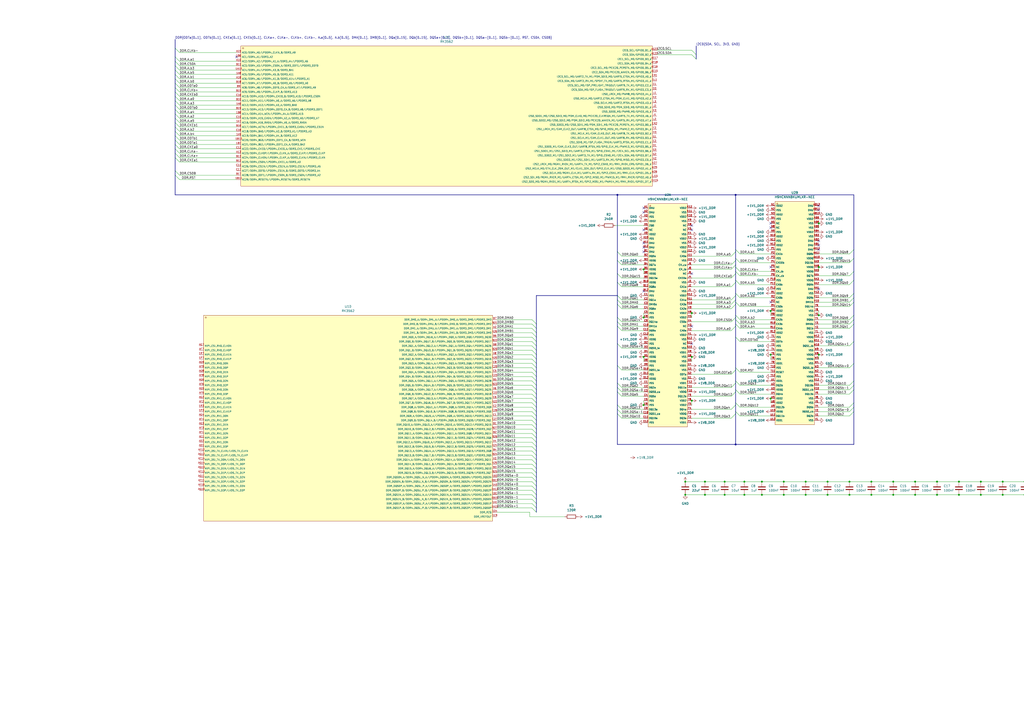
<source format=kicad_sch>
(kicad_sch (version 20250114) (generator "eeschema") (generator_version "9.0")
  (paper "A2")
  (junction (at 480.06 279.4))
  (junction (at 581.66 279.4))
  (junction (at 474.98 129.54))
  (junction (at 397.51 279.4))
  (junction (at 581.66 287.02))
  (junction (at 397.51 287.02))
  (junction (at 645.16 279.4))
  (junction (at 556.26 287.02))
  (junction (at 401.32 181.61))
  (junction (at 594.36 287.02))
  (junction (at 530.86 287.02))
  (junction (at 431.8 279.4))
  (junction (at 492.76 287.02))
  (junction (at 373.38 207.01))
  (junction (at 530.86 279.4))
  (junction (at 568.96 287.02))
  (junction (at 401.32 207.01))
  (junction (at 594.36 279.4))
  (junction (at 420.37 279.4))
  (junction (at 373.38 184.15))
  (junction (at 474.98 154.94))
  (junction (at 408.94 287.02))
  (junction (at 441.96 287.02))
  (junction (at 505.46 279.4))
  (junction (at 619.76 287.02))
  (junction (at 607.06 287.02))
  (junction (at 454.66 287.02))
  (junction (at 454.66 279.4))
  (junction (at 373.38 156.21))
  (junction (at 556.26 279.4))
  (junction (at 518.16 287.02))
  (junction (at 474.98 205.74))
  (junction (at 657.86 279.4))
  (junction (at 373.38 234.95))
  (junction (at 447.04 231.14))
  (junction (at 441.96 279.4))
  (junction (at 467.36 279.4))
  (junction (at 401.32 232.41))
  (junction (at 543.56 279.4))
  (junction (at 447.04 205.74))
  (junction (at 358.14 113.03))
  (junction (at 431.8 287.02))
  (junction (at 505.46 287.02))
  (junction (at 480.06 287.02))
  (junction (at 467.36 287.02))
  (junction (at 492.76 279.4))
  (junction (at 426.72 257.81))
  (junction (at 657.86 287.02))
  (junction (at 447.04 180.34))
  (junction (at 426.72 113.03))
  (junction (at 474.98 182.88))
  (junction (at 568.96 279.4))
  (junction (at 619.76 279.4))
  (junction (at 670.56 279.4))
  (junction (at 420.37 287.02))
  (junction (at 607.06 279.4))
  (junction (at 670.56 287.02))
  (junction (at 632.46 279.4))
  (junction (at 408.94 279.4))
  (junction (at 518.16 279.4))
  (junction (at 632.46 287.02))
  (junction (at 645.16 287.02))
  (junction (at 543.56 287.02))
  (no_connect (at 373.38 133.35))
  (no_connect (at 373.38 140.97))
  (no_connect (at 474.98 121.92))
  (no_connect (at 447.04 154.94))
  (no_connect (at 401.32 199.39))
  (no_connect (at 373.38 143.51))
  (no_connect (at 474.98 167.64))
  (no_connect (at 373.38 168.91))
  (no_connect (at 474.98 144.78))
  (no_connect (at 447.04 175.26))
  (no_connect (at 373.38 146.05))
  (no_connect (at 401.32 189.23))
  (no_connect (at 373.38 123.19))
  (no_connect (at 401.32 133.35))
  (no_connect (at 447.04 129.54))
  (no_connect (at 401.32 130.81))
  (no_connect (at 474.98 119.38))
  (no_connect (at 474.98 139.7))
  (no_connect (at 137.16 33.02))
  (no_connect (at 401.32 158.75))
  (no_connect (at 373.38 120.65))
  (no_connect (at 474.98 142.24))
  (no_connect (at 447.04 132.08))
  (bus_entry (at 311.15 218.44) (size -2.54 -2.54))
  (bus_entry (at 403.86 31.75) (size -2.54 -2.54))
  (bus_entry (at 311.15 208.28) (size -2.54 -2.54))
  (bus_entry (at 311.15 256.54) (size -2.54 -2.54))
  (bus_entry (at 101.6 91.44) (size 2.54 2.54))
  (bus_entry (at 358.14 237.49) (size 2.54 2.54))
  (bus_entry (at 426.72 144.78) (size 2.54 2.54))
  (bus_entry (at 426.72 182.88) (size 2.54 2.54))
  (bus_entry (at 426.72 184.15) (size -2.54 2.54))
  (bus_entry (at 426.72 214.63) (size -2.54 2.54))
  (bus_entry (at 495.3 144.78) (size -2.54 2.54))
  (bus_entry (at 101.6 38.1) (size 2.54 2.54))
  (bus_entry (at 426.72 149.86) (size 2.54 2.54))
  (bus_entry (at 311.15 223.52) (size -2.54 -2.54))
  (bus_entry (at 358.14 173.99) (size 2.54 2.54))
  (bus_entry (at 101.6 71.12) (size 2.54 2.54))
  (bus_entry (at 495.3 198.12) (size -2.54 2.54))
  (bus_entry (at 101.6 58.42) (size 2.54 2.54))
  (bus_entry (at 426.72 189.23) (size -2.54 2.54))
  (bus_entry (at 426.72 162.56) (size 2.54 2.54))
  (bus_entry (at 358.14 224.79) (size 2.54 2.54))
  (bus_entry (at 495.3 220.98) (size -2.54 2.54))
  (bus_entry (at 426.72 158.75) (size -2.54 2.54))
  (bus_entry (at 101.6 48.26) (size 2.54 2.54))
  (bus_entry (at 311.15 248.92) (size -2.54 -2.54))
  (bus_entry (at 311.15 215.9) (size -2.54 -2.54))
  (bus_entry (at 426.72 163.83) (size -2.54 2.54))
  (bus_entry (at 495.3 157.48) (size -2.54 2.54))
  (bus_entry (at 311.15 276.86) (size -2.54 -2.54))
  (bus_entry (at 426.72 220.98) (size 2.54 2.54))
  (bus_entry (at 311.15 289.56) (size -2.54 -2.54))
  (bus_entry (at 101.6 81.28) (size 2.54 2.54))
  (bus_entry (at 495.3 187.96) (size -2.54 2.54))
  (bus_entry (at 311.15 233.68) (size -2.54 -2.54))
  (bus_entry (at 311.15 266.7) (size -2.54 -2.54))
  (bus_entry (at 101.6 63.5) (size 2.54 2.54))
  (bus_entry (at 101.6 83.82) (size 2.54 2.54))
  (bus_entry (at 426.72 213.36) (size 2.54 2.54))
  (bus_entry (at 426.72 170.18) (size 2.54 2.54))
  (bus_entry (at 311.15 274.32) (size -2.54 -2.54))
  (bus_entry (at 358.14 186.69) (size 2.54 2.54))
  (bus_entry (at 101.6 50.8) (size 2.54 2.54))
  (bus_entry (at 311.15 187.96) (size -2.54 -2.54))
  (bus_entry (at 358.14 171.45) (size 2.54 2.54))
  (bus_entry (at 101.6 40.64) (size 2.54 2.54))
  (bus_entry (at 311.15 203.2) (size -2.54 -2.54))
  (bus_entry (at 426.72 234.95) (size -2.54 2.54))
  (bus_entry (at 495.3 149.86) (size -2.54 2.54))
  (bus_entry (at 495.3 162.56) (size -2.54 2.54))
  (bus_entry (at 358.14 212.09) (size 2.54 2.54))
  (bus_entry (at 358.14 176.53) (size 2.54 2.54))
  (bus_entry (at 495.3 236.22) (size -2.54 2.54))
  (bus_entry (at 426.72 171.45) (size -2.54 2.54))
  (bus_entry (at 101.6 86.36) (size 2.54 2.54))
  (bus_entry (at 311.15 243.84) (size -2.54 -2.54))
  (bus_entry (at 311.15 261.62) (size -2.54 -2.54))
  (bus_entry (at 426.72 233.68) (size 2.54 2.54))
  (bus_entry (at 101.6 76.2) (size 2.54 2.54))
  (bus_entry (at 426.72 240.03) (size -2.54 2.54))
  (bus_entry (at 426.72 175.26) (size 2.54 2.54))
  (bus_entry (at 426.72 154.94) (size 2.54 2.54))
  (bus_entry (at 495.3 226.06) (size -2.54 2.54))
  (bus_entry (at 101.6 43.18) (size 2.54 2.54))
  (bus_entry (at 101.6 68.58) (size 2.54 2.54))
  (bus_entry (at 311.15 287.02) (size -2.54 -2.54))
  (bus_entry (at 311.15 193.04) (size -2.54 -2.54))
  (bus_entry (at 311.15 228.6) (size -2.54 -2.54))
  (bus_entry (at 311.15 213.36) (size -2.54 -2.54))
  (bus_entry (at 101.6 45.72) (size 2.54 2.54))
  (bus_entry (at 358.14 158.75) (size 2.54 2.54))
  (bus_entry (at 101.6 33.02) (size 2.54 2.54))
  (bus_entry (at 495.3 238.76) (size -2.54 2.54))
  (bus_entry (at 311.15 246.38) (size -2.54 -2.54))
  (bus_entry (at 426.72 227.33) (size -2.54 2.54))
  (bus_entry (at 311.15 284.48) (size -2.54 -2.54))
  (bus_entry (at 311.15 210.82) (size -2.54 -2.54))
  (bus_entry (at 358.14 151.13) (size 2.54 2.54))
  (bus_entry (at 101.6 88.9) (size 2.54 2.54))
  (bus_entry (at 311.15 198.12) (size -2.54 -2.54))
  (bus_entry (at 426.72 185.42) (size 2.54 2.54))
  (bus_entry (at 311.15 226.06) (size -2.54 -2.54))
  (bus_entry (at 358.14 184.15) (size 2.54 2.54))
  (bus_entry (at 101.6 60.96) (size 2.54 2.54))
  (bus_entry (at 426.72 238.76) (size 2.54 2.54))
  (bus_entry (at 358.14 234.95) (size 2.54 2.54))
  (bus_entry (at 311.15 236.22) (size -2.54 -2.54))
  (bus_entry (at 311.15 269.24) (size -2.54 -2.54))
  (bus_entry (at 426.72 195.58) (size 2.54 2.54))
  (bus_entry (at 426.72 222.25) (size -2.54 2.54))
  (bus_entry (at 101.6 73.66) (size 2.54 2.54))
  (bus_entry (at 495.3 185.42) (size -2.54 2.54))
  (bus_entry (at 426.72 173.99) (size -2.54 2.54))
  (bus_entry (at 311.15 279.4) (size -2.54 -2.54))
  (bus_entry (at 311.15 294.64) (size -2.54 -2.54))
  (bus_entry (at 311.15 238.76) (size -2.54 -2.54))
  (bus_entry (at 358.14 189.23) (size 2.54 2.54))
  (bus_entry (at 311.15 281.94) (size -2.54 -2.54))
  (bus_entry (at 311.15 271.78) (size -2.54 -2.54))
  (bus_entry (at 495.3 172.72) (size -2.54 2.54))
  (bus_entry (at 101.6 27.94) (size 2.54 2.54))
  (bus_entry (at 426.72 187.96) (size 2.54 2.54))
  (bus_entry (at 311.15 190.5) (size -2.54 -2.54))
  (bus_entry (at 311.15 292.1) (size -2.54 -2.54))
  (bus_entry (at 311.15 200.66) (size -2.54 -2.54))
  (bus_entry (at 101.6 66.04) (size 2.54 2.54))
  (bus_entry (at 495.3 170.18) (size -2.54 2.54))
  (bus_entry (at 426.72 146.05) (size -2.54 2.54))
  (bus_entry (at 426.72 157.48) (size 2.54 2.54))
  (bus_entry (at 403.86 34.29) (size -2.54 -2.54))
  (bus_entry (at 311.15 220.98) (size -2.54 -2.54))
  (bus_entry (at 101.6 53.34) (size 2.54 2.54))
  (bus_entry (at 426.72 176.53) (size -2.54 2.54))
  (bus_entry (at 311.15 205.74) (size -2.54 -2.54))
  (bus_entry (at 311.15 241.3) (size -2.54 -2.54))
  (bus_entry (at 358.14 163.83) (size 2.54 2.54))
  (bus_entry (at 101.6 101.6) (size 2.54 2.54))
  (bus_entry (at 495.3 182.88) (size -2.54 2.54))
  (bus_entry (at 426.72 226.06) (size 2.54 2.54))
  (bus_entry (at 358.14 222.25) (size 2.54 2.54))
  (bus_entry (at 358.14 146.05) (size 2.54 2.54))
  (bus_entry (at 311.15 251.46) (size -2.54 -2.54))
  (bus_entry (at 495.3 175.26) (size -2.54 2.54))
  (bus_entry (at 358.14 227.33) (size 2.54 2.54))
  (bus_entry (at 495.3 223.52) (size -2.54 2.54))
  (bus_entry (at 311.15 259.08) (size -2.54 -2.54))
  (bus_entry (at 358.14 199.39) (size 2.54 2.54))
  (bus_entry (at 311.15 297.18) (size -2.54 -2.54))
  (bus_entry (at 101.6 78.74) (size 2.54 2.54))
  (bus_entry (at 311.15 231.14) (size -2.54 -2.54))
  (bus_entry (at 358.14 240.03) (size 2.54 2.54))
  (bus_entry (at 101.6 99.06) (size 2.54 2.54))
  (bus_entry (at 311.15 254) (size -2.54 -2.54))
  (bus_entry (at 426.72 151.13) (size -2.54 2.54))
  (bus_entry (at 311.15 264.16) (size -2.54 -2.54))
  (bus_entry (at 311.15 195.58) (size -2.54 -2.54))
  (bus_entry (at 101.6 55.88) (size 2.54 2.54))
  (bus_entry (at 495.3 233.68) (size -2.54 2.54))
  (bus_entry (at 101.6 35.56) (size 2.54 2.54))
  (bus_entry (at 426.72 153.67) (size -2.54 2.54))
  (bus_entry (at 495.3 210.82) (size -2.54 2.54))
  (wire (pts (xy 288.29 246.38) (xy 308.61 246.38)))
  (bus (pts (xy 311.15 261.62) (xy 311.15 264.16)))
  (bus (pts (xy 311.15 220.98) (xy 311.15 223.52)))
  (wire (pts (xy 474.98 152.4) (xy 492.76 152.4)))
  (bus (pts (xy 358.14 163.83) (xy 358.14 171.45)))
  (bus (pts (xy 426.72 144.78) (xy 426.72 146.05)))
  (bus (pts (xy 358.14 224.79) (xy 358.14 227.33)))
  (bus (pts (xy 426.72 173.99) (xy 426.72 175.26)))
  (wire (pts (xy 429.26 223.52) (xy 447.04 223.52)))
  (wire (pts (xy 288.29 215.9) (xy 308.61 215.9)))
  (wire (pts (xy 104.14 53.34) (xy 137.16 53.34)))
  (wire (pts (xy 429.26 147.32) (xy 447.04 147.32)))
  (wire (pts (xy 429.26 165.1) (xy 447.04 165.1)))
  (bus (pts (xy 495.3 149.86) (xy 495.3 157.48)))
  (bus (pts (xy 358.14 237.49) (xy 358.14 240.03)))
  (bus (pts (xy 101.6 73.66) (xy 101.6 76.2)))
  (bus (pts (xy 358.14 151.13) (xy 358.14 158.75)))
  (wire (pts (xy 670.56 279.4) (xy 683.26 279.4)))
  (wire (pts (xy 401.32 179.07) (xy 424.18 179.07)))
  (bus (pts (xy 495.3 175.26) (xy 495.3 182.88)))
  (wire (pts (xy 505.46 279.4) (xy 518.16 279.4)))
  (bus (pts (xy 311.15 193.04) (xy 311.15 195.58)))
  (bus (pts (xy 426.72 113.03) (xy 495.3 113.03)))
  (bus (pts (xy 495.3 157.48) (xy 495.3 162.56)))
  (wire (pts (xy 373.38 181.61) (xy 373.38 184.15)))
  (bus (pts (xy 426.72 151.13) (xy 426.72 153.67)))
  (wire (pts (xy 474.98 226.06) (xy 492.76 226.06)))
  (wire (pts (xy 429.26 190.5) (xy 447.04 190.5)))
  (wire (pts (xy 288.29 203.2) (xy 308.61 203.2)))
  (wire (pts (xy 327.66 299.72) (xy 307.34 299.72)))
  (bus (pts (xy 101.6 55.88) (xy 101.6 58.42)))
  (bus (pts (xy 495.3 233.68) (xy 495.3 236.22)))
  (wire (pts (xy 104.14 40.64) (xy 137.16 40.64)))
  (wire (pts (xy 401.32 242.57) (xy 424.18 242.57)))
  (bus (pts (xy 426.72 113.03) (xy 426.72 144.78)))
  (bus (pts (xy 426.72 158.75) (xy 426.72 162.56)))
  (bus (pts (xy 403.86 26.67) (xy 403.86 31.75)))
  (wire (pts (xy 288.29 281.94) (xy 308.61 281.94)))
  (wire (pts (xy 474.98 160.02) (xy 492.76 160.02)))
  (wire (pts (xy 530.86 287.02) (xy 543.56 287.02)))
  (bus (pts (xy 426.72 214.63) (xy 426.72 220.98)))
  (wire (pts (xy 360.68 189.23) (xy 373.38 189.23)))
  (wire (pts (xy 401.32 191.77) (xy 424.18 191.77)))
  (wire (pts (xy 288.29 254) (xy 308.61 254)))
  (wire (pts (xy 401.32 229.87) (xy 424.18 229.87)))
  (wire (pts (xy 360.68 240.03) (xy 373.38 240.03)))
  (wire (pts (xy 397.51 279.4) (xy 408.94 279.4)))
  (bus (pts (xy 311.15 228.6) (xy 311.15 231.14)))
  (bus (pts (xy 311.15 284.48) (xy 311.15 287.02)))
  (wire (pts (xy 474.98 180.34) (xy 474.98 182.88)))
  (wire (pts (xy 360.68 214.63) (xy 373.38 214.63)))
  (bus (pts (xy 101.6 88.9) (xy 101.6 91.44)))
  (bus (pts (xy 495.3 113.03) (xy 495.3 144.78)))
  (wire (pts (xy 104.14 60.96) (xy 137.16 60.96)))
  (bus (pts (xy 358.14 146.05) (xy 358.14 151.13)))
  (bus (pts (xy 426.72 146.05) (xy 426.72 149.86)))
  (wire (pts (xy 288.29 208.28) (xy 308.61 208.28)))
  (wire (pts (xy 288.29 284.48) (xy 308.61 284.48)))
  (wire (pts (xy 401.32 176.53) (xy 424.18 176.53)))
  (wire (pts (xy 373.38 156.21) (xy 373.38 158.75)))
  (wire (pts (xy 288.29 274.32) (xy 308.61 274.32)))
  (wire (pts (xy 104.14 76.2) (xy 137.16 76.2)))
  (bus (pts (xy 426.72 234.95) (xy 426.72 238.76)))
  (bus (pts (xy 311.15 281.94) (xy 311.15 284.48)))
  (wire (pts (xy 657.86 279.4) (xy 670.56 279.4)))
  (bus (pts (xy 358.14 113.03) (xy 426.72 113.03)))
  (bus (pts (xy 101.6 58.42) (xy 101.6 60.96)))
  (wire (pts (xy 288.29 289.56) (xy 308.61 289.56)))
  (bus (pts (xy 358.14 184.15) (xy 358.14 186.69)))
  (wire (pts (xy 104.14 66.04) (xy 137.16 66.04)))
  (wire (pts (xy 474.98 177.8) (xy 492.76 177.8)))
  (wire (pts (xy 307.34 299.72) (xy 307.34 297.18)))
  (wire (pts (xy 288.29 279.4) (xy 308.61 279.4)))
  (wire (pts (xy 288.29 243.84) (xy 308.61 243.84)))
  (wire (pts (xy 104.14 30.48) (xy 137.16 30.48)))
  (bus (pts (xy 311.15 243.84) (xy 311.15 246.38)))
  (wire (pts (xy 568.96 279.4) (xy 581.66 279.4)))
  (wire (pts (xy 360.68 186.69) (xy 373.38 186.69)))
  (wire (pts (xy 447.04 205.74) (xy 447.04 208.28)))
  (bus (pts (xy 495.3 170.18) (xy 495.3 172.72)))
  (bus (pts (xy 311.15 292.1) (xy 311.15 294.64)))
  (wire (pts (xy 104.14 43.18) (xy 137.16 43.18)))
  (wire (pts (xy 288.29 190.5) (xy 308.61 190.5)))
  (bus (pts (xy 101.6 50.8) (xy 101.6 53.34)))
  (bus (pts (xy 311.15 223.52) (xy 311.15 226.06)))
  (bus (pts (xy 311.15 251.46) (xy 311.15 254)))
  (wire (pts (xy 288.29 287.02) (xy 308.61 287.02)))
  (wire (pts (xy 401.32 232.41) (xy 401.32 234.95)))
  (bus (pts (xy 101.6 76.2) (xy 101.6 78.74)))
  (wire (pts (xy 288.29 238.76) (xy 308.61 238.76)))
  (wire (pts (xy 474.98 185.42) (xy 492.76 185.42)))
  (wire (pts (xy 288.29 198.12) (xy 308.61 198.12)))
  (bus (pts (xy 358.14 222.25) (xy 358.14 224.79)))
  (bus (pts (xy 311.15 279.4) (xy 311.15 281.94)))
  (bus (pts (xy 426.72 157.48) (xy 426.72 158.75)))
  (wire (pts (xy 480.06 287.02) (xy 492.76 287.02)))
  (wire (pts (xy 401.32 186.69) (xy 424.18 186.69)))
  (wire (pts (xy 556.26 287.02) (xy 568.96 287.02)))
  (wire (pts (xy 408.94 287.02) (xy 420.37 287.02)))
  (bus (pts (xy 311.15 236.22) (xy 311.15 238.76)))
  (bus (pts (xy 101.6 91.44) (xy 101.6 99.06)))
  (wire (pts (xy 474.98 147.32) (xy 492.76 147.32)))
  (wire (pts (xy 288.29 259.08) (xy 308.61 259.08)))
  (bus (pts (xy 101.6 68.58) (xy 101.6 71.12)))
  (bus (pts (xy 311.15 264.16) (xy 311.15 266.7)))
  (bus (pts (xy 426.72 176.53) (xy 426.72 182.88)))
  (wire (pts (xy 360.68 201.93) (xy 373.38 201.93)))
  (wire (pts (xy 581.66 287.02) (xy 594.36 287.02)))
  (wire (pts (xy 474.98 213.36) (xy 492.76 213.36)))
  (bus (pts (xy 426.72 226.06) (xy 426.72 227.33)))
  (bus (pts (xy 311.15 187.96) (xy 311.15 190.5)))
  (bus (pts (xy 101.6 81.28) (xy 101.6 83.82)))
  (bus (pts (xy 311.15 289.56) (xy 311.15 292.1)))
  (wire (pts (xy 288.29 210.82) (xy 308.61 210.82)))
  (wire (pts (xy 401.32 224.79) (xy 424.18 224.79)))
  (bus (pts (xy 101.6 27.94) (xy 101.6 33.02)))
  (wire (pts (xy 360.68 176.53) (xy 373.38 176.53)))
  (wire (pts (xy 104.14 48.26) (xy 137.16 48.26)))
  (wire (pts (xy 429.26 215.9) (xy 447.04 215.9)))
  (wire (pts (xy 454.66 287.02) (xy 467.36 287.02)))
  (bus (pts (xy 311.15 269.24) (xy 311.15 271.78)))
  (bus (pts (xy 495.3 236.22) (xy 495.3 238.76)))
  (bus (pts (xy 311.15 171.45) (xy 358.14 171.45)))
  (wire (pts (xy 429.26 157.48) (xy 447.04 157.48)))
  (wire (pts (xy 474.98 205.74) (xy 474.98 208.28)))
  (wire (pts (xy 401.32 207.01) (xy 401.32 209.55)))
  (wire (pts (xy 397.51 287.02) (xy 408.94 287.02)))
  (bus (pts (xy 311.15 238.76) (xy 311.15 241.3)))
  (wire (pts (xy 657.86 287.02) (xy 670.56 287.02)))
  (wire (pts (xy 360.68 179.07) (xy 373.38 179.07)))
  (bus (pts (xy 101.6 40.64) (xy 101.6 43.18)))
  (bus (pts (xy 311.15 205.74) (xy 311.15 208.28)))
  (bus (pts (xy 426.72 185.42) (xy 426.72 187.96)))
  (wire (pts (xy 401.32 31.75) (xy 381 31.75)))
  (wire (pts (xy 401.32 156.21) (xy 424.18 156.21)))
  (wire (pts (xy 401.32 153.67) (xy 424.18 153.67)))
  (wire (pts (xy 645.16 279.4) (xy 657.86 279.4)))
  (wire (pts (xy 474.98 187.96) (xy 492.76 187.96)))
  (bus (pts (xy 311.15 246.38) (xy 311.15 248.92)))
  (wire (pts (xy 360.68 191.77) (xy 373.38 191.77)))
  (wire (pts (xy 360.68 224.79) (xy 373.38 224.79)))
  (wire (pts (xy 307.34 297.18) (xy 288.29 297.18)))
  (wire (pts (xy 104.14 50.8) (xy 137.16 50.8)))
  (wire (pts (xy 288.29 294.64) (xy 308.61 294.64)))
  (bus (pts (xy 311.15 254) (xy 311.15 256.54)))
  (wire (pts (xy 360.68 148.59) (xy 373.38 148.59)))
  (bus (pts (xy 495.3 187.96) (xy 495.3 198.12)))
  (bus (pts (xy 311.15 231.14) (xy 311.15 233.68)))
  (bus (pts (xy 101.6 38.1) (xy 101.6 40.64)))
  (wire (pts (xy 288.29 271.78) (xy 308.61 271.78)))
  (bus (pts (xy 426.72 162.56) (xy 426.72 163.83)))
  (wire (pts (xy 401.32 166.37) (xy 424.18 166.37)))
  (bus (pts (xy 426.72 163.83) (xy 426.72 170.18)))
  (wire (pts (xy 474.98 165.1) (xy 492.76 165.1)))
  (bus (pts (xy 426.72 182.88) (xy 426.72 184.15)))
  (bus (pts (xy 358.14 113.03) (xy 358.14 146.05)))
  (bus (pts (xy 426.72 222.25) (xy 426.72 226.06)))
  (wire (pts (xy 429.26 187.96) (xy 447.04 187.96)))
  (bus (pts (xy 426.72 240.03) (xy 426.72 257.81)))
  (bus (pts (xy 311.15 171.45) (xy 311.15 187.96)))
  (wire (pts (xy 356.87 130.81) (xy 373.38 130.81)))
  (wire (pts (xy 480.06 279.4) (xy 492.76 279.4)))
  (bus (pts (xy 358.14 173.99) (xy 358.14 176.53)))
  (wire (pts (xy 288.29 205.74) (xy 308.61 205.74)))
  (wire (pts (xy 104.14 91.44) (xy 137.16 91.44)))
  (wire (pts (xy 401.32 217.17) (xy 424.18 217.17)))
  (bus (pts (xy 358.14 212.09) (xy 358.14 222.25)))
  (bus (pts (xy 426.72 153.67) (xy 426.72 154.94)))
  (wire (pts (xy 104.14 104.14) (xy 137.16 104.14)))
  (wire (pts (xy 518.16 287.02) (xy 530.86 287.02)))
  (wire (pts (xy 288.29 213.36) (xy 308.61 213.36)))
  (wire (pts (xy 441.96 279.4) (xy 454.66 279.4)))
  (bus (pts (xy 101.6 71.12) (xy 101.6 73.66)))
  (bus (pts (xy 495.3 223.52) (xy 495.3 226.06)))
  (bus (pts (xy 101.6 48.26) (xy 101.6 50.8)))
  (bus (pts (xy 358.14 171.45) (xy 358.14 173.99)))
  (bus (pts (xy 403.86 31.75) (xy 403.86 34.29)))
  (wire (pts (xy 429.26 198.12) (xy 447.04 198.12)))
  (wire (pts (xy 288.29 218.44) (xy 308.61 218.44)))
  (bus (pts (xy 426.72 149.86) (xy 426.72 151.13)))
  (wire (pts (xy 441.96 287.02) (xy 454.66 287.02)))
  (wire (pts (xy 632.46 279.4) (xy 645.16 279.4)))
  (wire (pts (xy 447.04 180.34) (xy 447.04 182.88)))
  (bus (pts (xy 311.15 218.44) (xy 311.15 220.98)))
  (wire (pts (xy 288.29 269.24) (xy 308.61 269.24)))
  (wire (pts (xy 467.36 279.4) (xy 480.06 279.4)))
  (bus (pts (xy 101.6 63.5) (xy 101.6 66.04)))
  (wire (pts (xy 474.98 154.94) (xy 474.98 157.48)))
  (bus (pts (xy 495.3 162.56) (xy 495.3 170.18)))
  (wire (pts (xy 594.36 287.02) (xy 607.06 287.02)))
  (bus (pts (xy 311.15 294.64) (xy 311.15 297.18)))
  (bus (pts (xy 495.3 172.72) (xy 495.3 175.26)))
  (wire (pts (xy 429.26 185.42) (xy 447.04 185.42)))
  (wire (pts (xy 104.14 73.66) (xy 137.16 73.66)))
  (bus (pts (xy 426.72 233.68) (xy 426.72 234.95)))
  (bus (pts (xy 426.72 189.23) (xy 426.72 195.58)))
  (wire (pts (xy 360.68 153.67) (xy 373.38 153.67)))
  (bus (pts (xy 495.3 238.76) (xy 495.3 257.81)))
  (wire (pts (xy 288.29 276.86) (xy 308.61 276.86)))
  (bus (pts (xy 101.6 53.34) (xy 101.6 55.88)))
  (bus (pts (xy 311.15 271.78) (xy 311.15 274.32)))
  (wire (pts (xy 288.29 187.96) (xy 308.61 187.96)))
  (bus (pts (xy 311.15 266.7) (xy 311.15 269.24)))
  (bus (pts (xy 358.14 227.33) (xy 358.14 234.95)))
  (bus (pts (xy 426.72 175.26) (xy 426.72 176.53)))
  (wire (pts (xy 619.76 279.4) (xy 632.46 279.4)))
  (wire (pts (xy 360.68 173.99) (xy 373.38 173.99)))
  (bus (pts (xy 311.15 190.5) (xy 311.15 193.04)))
  (bus (pts (xy 101.6 60.96) (xy 101.6 63.5)))
  (wire (pts (xy 429.26 177.8) (xy 447.04 177.8)))
  (wire (pts (xy 474.98 241.3) (xy 492.76 241.3)))
  (bus (pts (xy 311.15 233.68) (xy 311.15 236.22)))
  (wire (pts (xy 492.76 287.02) (xy 505.46 287.02)))
  (wire (pts (xy 360.68 229.87) (xy 373.38 229.87)))
  (bus (pts (xy 101.6 33.02) (xy 101.6 35.56)))
  (bus (pts (xy 311.15 226.06) (xy 311.15 228.6)))
  (wire (pts (xy 474.98 175.26) (xy 492.76 175.26)))
  (wire (pts (xy 104.14 58.42) (xy 137.16 58.42)))
  (wire (pts (xy 288.29 185.42) (xy 308.61 185.42)))
  (wire (pts (xy 429.26 160.02) (xy 447.04 160.02)))
  (bus (pts (xy 311.15 274.32) (xy 311.15 276.86)))
  (wire (pts (xy 360.68 242.57) (xy 373.38 242.57)))
  (wire (pts (xy 607.06 279.4) (xy 619.76 279.4)))
  (bus (pts (xy 426.72 170.18) (xy 426.72 171.45)))
  (bus (pts (xy 311.15 287.02) (xy 311.15 289.56)))
  (wire (pts (xy 447.04 231.14) (xy 447.04 233.68)))
  (wire (pts (xy 474.98 172.72) (xy 492.76 172.72)))
  (wire (pts (xy 288.29 223.52) (xy 308.61 223.52)))
  (bus (pts (xy 358.14 176.53) (xy 358.14 184.15)))
  (wire (pts (xy 360.68 237.49) (xy 373.38 237.49)))
  (wire (pts (xy 288.29 292.1) (xy 308.61 292.1)))
  (wire (pts (xy 288.29 256.54) (xy 308.61 256.54)))
  (wire (pts (xy 401.32 237.49) (xy 424.18 237.49)))
  (wire (pts (xy 104.14 45.72) (xy 137.16 45.72)))
  (wire (pts (xy 429.26 152.4) (xy 447.04 152.4)))
  (wire (pts (xy 530.86 279.4) (xy 543.56 279.4)))
  (wire (pts (xy 104.14 83.82) (xy 137.16 83.82)))
  (wire (pts (xy 518.16 279.4) (xy 530.86 279.4)))
  (bus (pts (xy 495.3 182.88) (xy 495.3 185.42)))
  (bus (pts (xy 101.6 113.03) (xy 101.6 101.6)))
  (wire (pts (xy 373.38 232.41) (xy 373.38 234.95)))
  (bus (pts (xy 495.3 198.12) (xy 495.3 210.82)))
  (wire (pts (xy 373.38 207.01) (xy 373.38 209.55)))
  (wire (pts (xy 474.98 190.5) (xy 492.76 190.5)))
  (wire (pts (xy 431.8 279.4) (xy 441.96 279.4)))
  (bus (pts (xy 311.15 203.2) (xy 311.15 205.74)))
  (bus (pts (xy 101.6 22.86) (xy 101.6 27.94)))
  (bus (pts (xy 101.6 78.74) (xy 101.6 81.28)))
  (wire (pts (xy 474.98 129.54) (xy 474.98 132.08)))
  (bus (pts (xy 101.6 35.56) (xy 101.6 38.1)))
  (bus (pts (xy 101.6 99.06) (xy 101.6 101.6)))
  (wire (pts (xy 632.46 287.02) (xy 645.16 287.02)))
  (wire (pts (xy 556.26 279.4) (xy 568.96 279.4)))
  (wire (pts (xy 408.94 279.4) (xy 420.37 279.4)))
  (wire (pts (xy 104.14 55.88) (xy 137.16 55.88)))
  (bus (pts (xy 101.6 83.82) (xy 101.6 86.36)))
  (bus (pts (xy 311.15 276.86) (xy 311.15 279.4)))
  (wire (pts (xy 429.26 172.72) (xy 447.04 172.72)))
  (wire (pts (xy 104.14 38.1) (xy 137.16 38.1)))
  (bus (pts (xy 426.72 257.81) (xy 495.3 257.81)))
  (bus (pts (xy 358.14 158.75) (xy 358.14 163.83)))
  (wire (pts (xy 288.29 261.62) (xy 308.61 261.62)))
  (wire (pts (xy 401.32 29.21) (xy 381 29.21)))
  (bus (pts (xy 495.3 185.42) (xy 495.3 187.96)))
  (bus (pts (xy 426.72 195.58) (xy 426.72 213.36)))
  (bus (pts (xy 426.72 220.98) (xy 426.72 222.25)))
  (bus (pts (xy 495.3 210.82) (xy 495.3 220.98)))
  (wire (pts (xy 360.68 227.33) (xy 373.38 227.33)))
  (wire (pts (xy 431.8 287.02) (xy 441.96 287.02)))
  (wire (pts (xy 401.32 173.99) (xy 424.18 173.99)))
  (bus (pts (xy 311.15 195.58) (xy 311.15 198.12)))
  (wire (pts (xy 401.32 161.29) (xy 424.18 161.29)))
  (wire (pts (xy 505.46 287.02) (xy 518.16 287.02)))
  (bus (pts (xy 426.72 171.45) (xy 426.72 173.99)))
  (wire (pts (xy 568.96 287.02) (xy 581.66 287.02)))
  (wire (pts (xy 104.14 81.28) (xy 137.16 81.28)))
  (bus (pts (xy 311.15 208.28) (xy 311.15 210.82)))
  (bus (pts (xy 311.15 210.82) (xy 311.15 213.36)))
  (wire (pts (xy 288.29 251.46) (xy 308.61 251.46)))
  (wire (pts (xy 645.16 287.02) (xy 657.86 287.02)))
  (wire (pts (xy 104.14 101.6) (xy 137.16 101.6)))
  (wire (pts (xy 581.66 279.4) (xy 594.36 279.4)))
  (bus (pts (xy 101.6 86.36) (xy 101.6 88.9)))
  (wire (pts (xy 429.26 236.22) (xy 447.04 236.22)))
  (bus (pts (xy 358.14 189.23) (xy 358.14 199.39)))
  (wire (pts (xy 401.32 148.59) (xy 424.18 148.59)))
  (bus (pts (xy 495.3 220.98) (xy 495.3 223.52)))
  (bus (pts (xy 358.14 186.69) (xy 358.14 189.23)))
  (wire (pts (xy 288.29 248.92) (xy 308.61 248.92)))
  (wire (pts (xy 137.16 63.5) (xy 104.14 63.5)))
  (wire (pts (xy 543.56 287.02) (xy 556.26 287.02)))
  (wire (pts (xy 474.98 236.22) (xy 492.76 236.22)))
  (wire (pts (xy 492.76 279.4) (xy 505.46 279.4)))
  (wire (pts (xy 288.29 200.66) (xy 308.61 200.66)))
  (wire (pts (xy 420.37 287.02) (xy 431.8 287.02)))
  (wire (pts (xy 104.14 71.12) (xy 137.16 71.12)))
  (bus (pts (xy 101.6 43.18) (xy 101.6 45.72)))
  (wire (pts (xy 474.98 228.6) (xy 492.76 228.6)))
  (bus (pts (xy 426.72 154.94) (xy 426.72 157.48)))
  (bus (pts (xy 311.15 248.92) (xy 311.15 251.46)))
  (wire (pts (xy 594.36 279.4) (xy 607.06 279.4)))
  (bus (pts (xy 101.6 66.04) (xy 101.6 68.58)))
  (bus (pts (xy 311.15 256.54) (xy 311.15 259.08)))
  (wire (pts (xy 474.98 223.52) (xy 492.76 223.52)))
  (wire (pts (xy 288.29 193.04) (xy 308.61 193.04)))
  (wire (pts (xy 288.29 264.16) (xy 308.61 264.16)))
  (wire (pts (xy 288.29 231.14) (xy 308.61 231.14)))
  (bus (pts (xy 358.14 199.39) (xy 358.14 212.09)))
  (wire (pts (xy 288.29 220.98) (xy 308.61 220.98)))
  (wire (pts (xy 104.14 88.9) (xy 137.16 88.9)))
  (bus (pts (xy 426.72 187.96) (xy 426.72 189.23)))
  (wire (pts (xy 543.56 279.4) (xy 556.26 279.4)))
  (bus (pts (xy 311.15 241.3) (xy 311.15 243.84)))
  (bus (pts (xy 311.15 198.12) (xy 311.15 200.66)))
  (wire (pts (xy 104.14 35.56) (xy 137.16 35.56)))
  (wire (pts (xy 104.14 78.74) (xy 137.16 78.74)))
  (wire (pts (xy 104.14 93.98) (xy 137.16 93.98)))
  (wire (pts (xy 420.37 279.4) (xy 431.8 279.4)))
  (wire (pts (xy 288.29 236.22) (xy 308.61 236.22)))
  (wire (pts (xy 619.76 287.02) (xy 632.46 287.02)))
  (bus (pts (xy 358.14 234.95) (xy 358.14 237.49)))
  (bus (pts (xy 426.72 257.81) (xy 358.14 257.81)))
  (wire (pts (xy 467.36 287.02) (xy 480.06 287.02)))
  (wire (pts (xy 360.68 161.29) (xy 373.38 161.29)))
  (bus (pts (xy 101.6 113.03) (xy 358.14 113.03)))
  (wire (pts (xy 104.14 86.36) (xy 137.16 86.36)))
  (wire (pts (xy 288.29 195.58) (xy 308.61 195.58)))
  (wire (pts (xy 288.29 266.7) (xy 308.61 266.7)))
  (bus (pts (xy 311.15 259.08) (xy 311.15 261.62)))
  (bus (pts (xy 426.72 238.76) (xy 426.72 240.03)))
  (bus (pts (xy 495.3 226.06) (xy 495.3 233.68)))
  (wire (pts (xy 360.68 166.37) (xy 373.38 166.37)))
  (wire (pts (xy 474.98 200.66) (xy 492.76 200.66)))
  (bus (pts (xy 311.15 213.36) (xy 311.15 215.9)))
  (bus (pts (xy 495.3 144.78) (xy 495.3 149.86)))
  (wire (pts (xy 429.26 241.3) (xy 447.04 241.3)))
  (wire (pts (xy 670.56 287.02) (xy 683.26 287.02)))
  (wire (pts (xy 104.14 68.58) (xy 137.16 68.58)))
  (wire (pts (xy 288.29 226.06) (xy 308.61 226.06)))
  (bus (pts (xy 101.6 45.72) (xy 101.6 48.26)))
  (wire (pts (xy 454.66 279.4) (xy 467.36 279.4)))
  (bus (pts (xy 426.72 213.36) (xy 426.72 214.63)))
  (bus (pts (xy 426.72 227.33) (xy 426.72 233.68)))
  (wire (pts (xy 474.98 238.76) (xy 492.76 238.76)))
  (bus (pts (xy 358.14 240.03) (xy 358.14 257.81)))
  (bus (pts (xy 311.15 200.66) (xy 311.15 203.2)))
  (wire (pts (xy 401.32 181.61) (xy 401.32 184.15)))
  (wire (pts (xy 429.26 228.6) (xy 447.04 228.6)))
  (wire (pts (xy 288.29 233.68) (xy 308.61 233.68)))
  (bus (pts (xy 426.72 184.15) (xy 426.72 185.42)))
  (wire (pts (xy 288.29 228.6) (xy 308.61 228.6)))
  (wire (pts (xy 288.29 241.3) (xy 308.61 241.3)))
  (wire (pts (xy 607.06 287.02) (xy 619.76 287.02)))
  (bus (pts (xy 311.15 215.9) (xy 311.15 218.44)))
  (label "DDR.DQa13" (at 360.68 237.49 0))
  (label "DDR.ODTa0" (at 414.02 217.17 0))
  (label "DDR.DQa1" (at 288.29 200.66 0))
  (label "DDR.DMA0" (at 288.29 185.42 0))
  (label "DDR.DQb0" (at 482.6 165.1 0))
  (label "DDR.DQa4" (at 414.02 237.49 0))
  (label "DDR.A.a2" (at 104.14 68.58 0))
  (label "DDR.DQSa+0" (at 360.68 201.93 0))
  (label "DDR.DQa15" (at 360.68 161.29 0))
  (label "DDR.DQa14" (at 360.68 186.69 0))
  (label "DDR.DQa2" (at 288.29 205.74 0))
  (label "DDR.A.b0" (at 429.26 172.72 0))
  (label "DDR.DQb1" (at 288.29 203.2 0))
  (label "DDR.DQb10" (at 480.06 223.52 0))
  (label "DDR.DQa7" (at 360.68 153.67 0))
  (label "DDR.DQb13" (at 288.29 264.16 0))
  (label "DDR.A.b0" (at 104.14 48.26 0))
  (label "I2C0{SDA, SCL, 3V3, GND}" (at 403.86 26.67 0))
  (label "DDR.A.b4" (at 104.14 78.74 0))
  (label "DDR.DQa0" (at 360.68 148.59 0))
  (label "DDR.DQa6" (at 288.29 226.06 0))
  (label "DDR.RST" (at 105.41 104.14 0))
  (label "DDR.CLKb-" (at 429.26 160.02 0))
  (label "DDR.A.b3" (at 429.26 187.96 0))
  (label "DDR.A.b1" (at 429.26 147.32 0))
  (label "DDR.DQa12" (at 414.02 229.87 0))
  (label "DDR.DQb14" (at 288.29 269.24 0))
  (label "DDR.DQSb+0" (at 288.29 284.48 0))
  (label "DDR.DQSa+1" (at 360.68 214.63 0))
  (label "DDR.DQa15" (at 288.29 271.78 0))
  (label "DDR.ODTa1" (at 104.14 83.82 0))
  (label "DDR.A.a4" (at 415.29 173.99 0))
  (label "DDR.CKEb0" (at 104.14 55.88 0))
  (label "DDR.DQb7" (at 482.6 160.02 0))
  (label "DDR.A.b5" (at 429.26 165.1 0))
  (label "DDR.CS0A" (at 104.14 38.1 0))
  (label "DDR.DQa9" (at 288.29 241.3 0))
  (label "DDR.DQb14" (at 482.6 177.8 0))
  (label "DDR.DQSb-0" (at 288.29 279.4 0))
  (label "DDR.DQa10" (at 288.29 246.38 0))
  (label "DDR.DQb9" (at 288.29 243.84 0))
  (label "DDR.DQSa+1" (at 288.29 292.1 0))
  (label "DDR.DQa7" (at 288.29 231.14 0))
  (label "DDR.DQa8" (at 360.68 166.37 0))
  (label "DDR{ODTa[0..1], ODTb[0..1], CKEa[0..1], CKEb[0..1], CLKa+, CLKa-, CLKb+, CLKb-, A.a[0..5], A.b[0..5], DMA[0..1], DMB[0..1], DQa[0..15], DQb[0..15], DQSa+[0..1], DQSb+[0..1], DQSa-[0..1], DQSb-[0..1], RST, CS0A, CS0B}" (at 101.6 22.86 0))
  (label "DDR.DQa3" (at 288.29 210.82 0))
  (label "DDR.DQb15" (at 482.6 152.4 0))
  (label "DDR.DQa5" (at 288.29 220.98 0))
  (label "DDR.DQSb-1" (at 288.29 289.56 0))
  (label "DDR.DQb15" (at 288.29 274.32 0))
  (label "DDR.A.a1" (at 104.14 35.56 0))
  (label "DDR.DQa11" (at 414.02 224.79 0))
  (label "DDR.DQa8" (at 288.29 236.22 0))
  (label "DDR.A.a5" (at 104.14 71.12 0))
  (label "DDR.CLKb+" (at 429.26 157.48 0))
  (label "DDR.DMB1" (at 288.29 193.04 0))
  (label "DDR.DQb4" (at 288.29 218.44 0))
  (label "DDR.A.a0" (at 415.29 191.77 0))
  (label "DDR.DMB2" (at 482.6 187.96 0))
  (label "DDR.DQb2" (at 480.06 241.3 0))
  (label "DDR.DQa2" (at 360.68 224.79 0))
  (label "DDR.CKEb1" (at 104.14 73.66 0))
  (label "DDR.DQSb+1" (at 288.29 294.64 0))
  (label "DDR.DQa1" (at 360.68 173.99 0))
  (label "DDR.DQb0" (at 288.29 198.12 0))
  (label "DDR.A.a3" (at 415.29 176.53 0))
  (label "DDR.DQb9" (at 482.6 172.72 0))
  (label "DDR.A.a0" (at 104.14 58.42 0))
  (label "DDR.DQSb+1" (at 480.06 200.66 0))
  (label "DDR.CLKa-" (at 414.02 153.67 0))
  (label "DDR.DQb2" (at 288.29 208.28 0))
  (label "DDR.DQb7" (at 288.29 233.68 0))
  (label "DDR.CS0B" (at 429.26 177.8 0))
  (label "DDR.DQb8" (at 288.29 238.76 0))
  (label "DDR.A.b5" (at 104.14 43.18 0))
  (label "DDR.DQb10" (at 288.29 248.92 0))
  (label "DDR.CLKa-" (at 104.14 88.9 0))
  (label "DDR.CS0B" (at 104.14 101.6 0))
  (label "DDR.DQb11" (at 288.29 254 0))
  (label "DDR.DQb5" (at 480.06 236.22 0))
  (label "DDR.ODTb1" (at 104.14 81.28 0))
  (label "DDR.DQa9" (at 360.68 191.77 0))
  (label "DDR.DQb3" (at 429.26 223.52 0))
  (label "DDR.DQa12" (at 288.29 256.54 0))
  (label "DDR.DQSa-1" (at 360.68 240.03 0))
  (label "DDR.DMB1" (at 482.6 175.26 0))
  (label "DDR.DQb5" (at 288.29 223.52 0))
  (label "DDR.A.a5" (at 415.29 148.59 0))
  (label "DDR.DQb6" (at 288.29 228.6 0))
  (label "DDR.A.a3" (at 104.14 60.96 0))
  (label "DDR.DMA0" (at 360.68 176.53 0))
  (label "DDR.CLKa+" (at 414.02 156.21 0))
  (label "DDR.DQb12" (at 429.26 236.22 0))
  (label "DDR.DQa13" (at 288.29 261.62 0))
  (label "DDR.DQa6" (at 360.68 179.07 0))
  (label "DDR.DQb13" (at 480.06 228.6 0))
  (label "DDR.CLKb+" (at 104.14 53.34 0))
  (label "DDR.DQa5" (at 360.68 229.87 0))
  (label "DDR.ODTb0" (at 429.26 198.12 0))
  (label "DDR.DQSa-0" (at 480.06 238.76 0))
  (label "DDR.CKEb0" (at 429.26 152.4 0))
  (label "DDR.DQSb-1" (at 480.06 226.06 0))
  (label "DDR.DQa0" (at 288.29 195.58 0))
  (label "DDR.A.a2" (at 415.29 179.07 0))
  (label "DDR.DQSa-0" (at 360.68 227.33 0))
  (label "DDR.CKEa0" (at 414.02 161.29 0))
  (label "DDR.A.b3" (at 104.14 40.64 0))
  (label "DDR.CS0A" (at 415.29 186.69 0))
  (label "DDR.DQb1" (at 482.6 190.5 0))
  (label "DDR.A.b2" (at 429.26 185.42 0))
  (label "DDR.DQa4" (at 288.29 215.9 0))
  (label "DDR.A.b4" (at 429.26 190.5 0))
  (label "DDR.A.b2" (at 104.14 76.2 0))
  (label "DDR.ODTb0" (at 104.14 63.5 0))
  (label "DDR.RST" (at 429.26 215.9 0))
  (label "DDR.DMA1" (at 360.68 189.23 0))
  (label "DDR.DQb11" (at 429.26 241.3 0))
  (label "DDR.DQSa-0" (at 288.29 276.86 0))
  (label "DDR.DQSb+0" (at 480.06 213.36 0))
  (label "DDR.DQa10" (at 360.68 242.57 0))
  (label "DDR.CKEa1" (at 104.14 93.98 0))
  (label "DDR.DMB0" (at 288.29 187.96 0))
  (label "DDR.DQa14" (at 288.29 266.7 0))
  (label "DDR.DMA1" (at 288.29 190.5 0))
  (label "DDR.CLKb-" (at 104.14 30.48 0))
  (label "DDR.DQb4" (at 429.26 228.6 0))
  (label "DDR.CKEa0" (at 104.14 86.36 0))
  (label "DDR.CLKa+" (at 104.14 91.44 0))
  (label "DDR.DQSa+0" (at 288.29 281.94 0))
  (label "DDR.DQb3" (at 288.29 213.36 0))
  (label "DDR.DQa3" (at 414.02 242.57 0))
  (label "DDR.ODTa0" (at 104.14 50.8 0))
  (label "DDR.DQa11" (at 288.29 251.46 0))
  (label "DDR.DQb12" (at 288.29 259.08 0))
  (label "DDR.A.b1" (at 104.14 45.72 0))
  (label "DDR.A.a4" (at 104.14 66.04 0))
  (label "DDR.DQb8" (at 482.6 147.32 0))
  (label "I2C0.SDA" (at 381 31.75 0))
  (label "DDR.A.a1" (at 415.29 166.37 0))
  (label "I2C0.SCL" (at 381 29.21 0))
  (label "DDR.DQSa-1" (at 288.29 287.02 0))
  (label "DDR.DQb6" (at 482.6 185.42 0))
  (symbol (lib_id "power:GND") (at 373.38 204.47 270) (unit 1)
    (property "Reference" "#PWR099" (effects (hide yes)))
    (property "Value" "GND" (at 369.57 204.4699 90) (effects (justify right)))
    (property "Description" "Power symbol creates a global label with name \"GND\" , ground" (effects (hide yes)))
  )
  (symbol (lib_id "power:+1V1") (at 401.32 171.45 270) (unit 1)
    (property "Reference" "#PWR0128" (effects (hide yes)))
    (property "Value" "+1V1_DDR" (at 405.13 171.4499 90) (effects (justify left)))
    (property "Description" "Power symbol creates a global label with name \"+1V1\"" (effects (hide yes)))
  )
  (symbol (lib_id "power:+1V1") (at 401.32 138.43 270) (unit 1)
    (property "Reference" "#PWR0126" (effects (hide yes)))
    (property "Value" "+1V1_DDR" (at 405.13 138.4299 90) (effects (justify left)))
    (property "Description" "Power symbol creates a global label with name \"+1V1\"" (effects (hide yes)))
  )
  (symbol (lib_id "power:GND") (at 373.38 217.17 270) (unit 1)
    (property "Reference" "#PWR097" (effects (hide yes)))
    (property "Value" "GND" (at 369.57 217.1699 90) (effects (justify right)))
    (property "Description" "Power symbol creates a global label with name \"GND\" , ground" (effects (hide yes)))
  )
  (symbol (lib_id "power:+1V1") (at 474.98 154.94 270) (unit 1)
    (property "Reference" "#PWR0142" (effects (hide yes)))
    (property "Value" "+1V1_DDR" (at 478.79 154.9399 90) (effects (justify left)))
    (property "Description" "Power symbol creates a global label with name \"+1V1\"" (effects (hide yes)))
  )
  (symbol (lib_id "power:GND") (at 373.38 212.09 270) (unit 1)
    (property "Reference" "#PWR098" (effects (hide yes)))
    (property "Value" "GND" (at 369.57 212.0899 90) (effects (justify right)))
    (property "Description" "Power symbol creates a global label with name \"GND\" , ground" (effects (hide yes)))
  )
  (symbol (lib_id "power:GND") (at 474.98 137.16 90) (unit 1)
    (property "Reference" "#PWR080" (effects (hide yes)))
    (property "Value" "GND" (at 478.79 137.1599 90) (effects (justify right)))
    (property "Description" "Power symbol creates a global label with name \"GND\" , ground" (effects (hide yes)))
  )
  (symbol (lib_id "power:GND") (at 447.04 205.74 270) (unit 1)
    (property "Reference" "#PWR064" (effects (hide yes)))
    (property "Value" "GND" (at 443.23 205.7399 90) (effects (justify right)))
    (property "Description" "Power symbol creates a global label with name \"GND\" , ground" (effects (hide yes)))
  )
  (symbol (lib_id "LCSC:RK3562") (at 259.08 67.31 0) (unit 3)
    (property "Reference" "U1" (at 259.08 21.59 0))
    (property "Value" "RK3562" (at 259.08 24.13 0))
    (property "Footprint" "footprints:BGA-478_L13.9-W13.9_RK3562" (effects (hide yes)))
    (property "Datasheet" "https://jlc-prod-smt-component.oss-cn-shenzhen.aliyuncs.com/smt/component/data-book/BOOK/20240108/8432624941904191488-Rockchip_RK3562_Datasheet-V1.1-20230323.pdf?Expires=4826768670&OSSAccessKeyId=LTAI5tMSqpMTLBcDFwY5pZRG&Signature=nCmpziQs1le0h%2Bq%2B2bOpgQAhfak%3D" (effects (hide yes)))
    (property "LCSC" "C29779896" (effects (hide yes)))
  )
  (symbol (lib_id "power:GND") (at 373.38 234.95 270) (unit 1)
    (property "Reference" "#PWR095" (effects (hide yes)))
    (property "Value" "GND" (at 369.57 234.9499 90) (effects (justify right)))
    (property "Description" "Power symbol creates a global label with name \"GND\" , ground" (effects (hide yes)))
  )
  (symbol (lib_id "power:+1V1") (at 373.38 219.71 90) (unit 1)
    (property "Reference" "#PWR0154" (effects (hide yes)))
    (property "Value" "+1V1_DDR" (at 369.57 219.7099 90) (effects (justify left)))
    (property "Description" "Power symbol creates a global label with name \"+1V1\"" (effects (hide yes)))
  )
  (symbol (lib_id "power:GND") (at 447.04 162.56 270) (unit 1)
    (property "Reference" "#PWR060" (effects (hide yes)))
    (property "Value" "GND" (at 443.23 162.5599 90) (effects (justify right)))
    (property "Description" "Power symbol creates a global label with name \"GND\" , ground" (effects (hide yes)))
  )
  (symbol (lib_id "power:GND") (at 447.04 127 270) (unit 1)
    (property "Reference" "#PWR0156" (effects (hide yes)))
    (property "Value" "GND" (at 443.23 126.9999 90) (effects (justify right)))
    (property "Description" "Power symbol creates a global label with name \"GND\" , ground" (effects (hide yes)))
  )
  (symbol (lib_id "power:+1V1") (at 447.04 170.18 90) (unit 1)
    (property "Reference" "#PWR051" (effects (hide yes)))
    (property "Value" "+1V1_DDR" (at 443.23 170.1799 90) (effects (justify left)))
    (property "Description" "Power symbol creates a global label with name \"+1V1\"" (effects (hide yes)))
  )
  (symbol (lib_id "power:+1V1") (at 447.04 124.46 90) (unit 1)
    (property "Reference" "#PWR0157" (effects (hide yes)))
    (property "Value" "+1V1_DDR" (at 443.23 124.4599 90) (effects (justify left)))
    (property "Description" "Power symbol creates a global label with name \"+1V1\"" (effects (hide yes)))
  )
  (symbol (lib_id "power:+1V1") (at 349.25 130.81 90) (unit 1)
    (property "Reference" "#PWR0174" (effects (hide yes)))
    (property "Value" "+1V1_DDR" (at 345.44 130.8099 90) (effects (justify left)))
    (property "Description" "Power symbol creates a global label with name \"+1V1\"" (effects (hide yes)))
  )
  (symbol (lib_id "power:GND") (at 474.98 129.54 90) (unit 1)
    (property "Reference" "#PWR078" (effects (hide yes)))
    (property "Value" "GND" (at 478.79 129.5399 90) (effects (justify right)))
    (property "Description" "Power symbol creates a global label with name \"GND\" , ground" (effects (hide yes)))
  )
  (symbol (lib_id "power:+1V8") (at 401.32 204.47 270) (unit 1)
    (property "Reference" "#PWR0148" (effects (hide yes)))
    (property "Value" "+1V8_DDR" (at 409.702 204.47 90))
    (property "Description" "Power symbol creates a global label with name \"+1V8\"" (effects (hide yes)))
  )
  (symbol (lib_id "Device:C") (at 594.36 283.21 0) (unit 1)
    (property "Reference" "C21" (at 598.17 281.9399 0) (effects (justify left)))
    (property "Value" "100nF" (at 598.17 284.4799 0) (effects (justify left)))
    (property "Footprint" "Capacitor_SMD:C_0402_1005Metric" (effects (hide yes)))
    (property "Description" "Unpolarized capacitor" (effects (hide yes)))
  )
  (symbol (lib_id "power:+1V1") (at 447.04 193.04 90) (unit 1)
    (property "Reference" "#PWR053" (effects (hide yes)))
    (property "Value" "+1V1_DDR" (at 443.23 193.0399 90) (effects (justify left)))
    (property "Description" "Power symbol creates a global label with name \"+1V1\"" (effects (hide yes)))
  )
  (symbol (lib_id "power:+1V1") (at 401.32 143.51 270) (unit 1)
    (property "Reference" "#PWR0127" (effects (hide yes)))
    (property "Value" "+1V1_DDR" (at 405.13 143.5099 90) (effects (justify left)))
    (property "Description" "Power symbol creates a global label with name \"+1V1\"" (effects (hide yes)))
  )
  (symbol (lib_id "Device:C") (at 518.16 283.21 0) (unit 1)
    (property "Reference" "C15" (at 521.97 281.9399 0) (effects (justify left)))
    (property "Value" "100nF" (at 521.97 284.4799 0) (effects (justify left)))
    (property "Footprint" "Capacitor_SMD:C_0402_1005Metric" (effects (hide yes)))
    (property "Description" "Unpolarized capacitor" (effects (hide yes)))
  )
  (symbol (lib_id "power:GND") (at 397.51 287.02 0) (unit 1)
    (property "Reference" "#PWR0192" (effects (hide yes)))
    (property "Value" "GND" (at 397.51 292.1 0))
    (property "Description" "Power symbol creates a global label with name \"GND\" , ground" (effects (hide yes)))
  )
  (symbol (lib_id "Device:C") (at 480.06 283.21 0) (unit 1)
    (property "Reference" "C12" (at 483.87 281.9399 0) (effects (justify left)))
    (property "Value" "100nF" (at 483.87 284.4799 0) (effects (justify left)))
    (property "Footprint" "Capacitor_SMD:C_0402_1005Metric" (effects (hide yes)))
    (property "Description" "Unpolarized capacitor" (effects (hide yes)))
  )
  (symbol (lib_id "Device:C") (at 581.66 283.21 0) (unit 1)
    (property "Reference" "C20" (at 585.47 281.9399 0) (effects (justify left)))
    (property "Value" "100nF" (at 585.47 284.4799 0) (effects (justify left)))
    (property "Footprint" "Capacitor_SMD:C_0402_1005Metric" (effects (hide yes)))
    (property "Description" "Unpolarized capacitor" (effects (hide yes)))
  )
  (symbol (lib_id "power:GND") (at 474.98 198.12 90) (unit 1)
    (property "Reference" "#PWR074" (effects (hide yes)))
    (property "Value" "GND" (at 478.79 198.1199 90) (effects (justify right)))
    (property "Description" "Power symbol creates a global label with name \"GND\" , ground" (effects (hide yes)))
  )
  (symbol (lib_id "power:GND") (at 474.98 220.98 90) (unit 1)
    (property "Reference" "#PWR070" (effects (hide yes)))
    (property "Value" "GND" (at 478.79 220.9799 90) (effects (justify right)))
    (property "Description" "Power symbol creates a global label with name \"GND\" , ground" (effects (hide yes)))
  )
  (symbol (lib_id "Device:C") (at 657.86 283.21 0) (unit 1)
    (property "Reference" "C26" (at 661.67 281.9399 0) (effects (justify left)))
    (property "Value" "100nF" (at 661.67 284.4799 0) (effects (justify left)))
    (property "Footprint" "Capacitor_SMD:C_0402_1005Metric" (effects (hide yes)))
    (property "Description" "Unpolarized capacitor" (effects (hide yes)))
  )
  (symbol (lib_id "Device:R") (at 331.47 299.72 270) (unit 1)
    (property "Reference" "R3" (at 331.47 293.37 90))
    (property "Value" "120R" (at 331.47 295.91 90))
    (property "Footprint" "PCM_Resistor_SMD_AKL:R_0402_1005Metric" (effects (hide yes)))
    (property "Description" "Resistor" (effects (hide yes)))
  )
  (symbol (lib_id "power:GND") (at 401.32 207.01 90) (unit 1)
    (property "Reference" "#PWR091" (effects (hide yes)))
    (property "Value" "GND" (at 405.13 207.0099 90) (effects (justify right)))
    (property "Description" "Power symbol creates a global label with name \"GND\" , ground" (effects (hide yes)))
  )
  (symbol (lib_id "Device:R") (at 353.06 130.81 90) (unit 1)
    (property "Reference" "R2" (at 353.06 124.46 90))
    (property "Value" "240R" (at 353.06 127 90))
    (property "Footprint" "PCM_Resistor_SMD_AKL:R_0402_1005Metric" (effects (hide yes)))
    (property "Description" "Resistor" (effects (hide yes)))
  )
  (symbol (lib_id "power:GND") (at 373.38 125.73 270) (unit 1)
    (property "Reference" "#PWR0123" (effects (hide yes)))
    (property "Value" "GND" (at 369.57 125.7299 90) (effects (justify right)))
    (property "Description" "Power symbol creates a global label with name \"GND\" , ground" (effects (hide yes)))
  )
  (symbol (lib_id "power:GND") (at 401.32 128.27 90) (unit 1)
    (property "Reference" "#PWR082" (effects (hide yes)))
    (property "Value" "GND" (at 405.13 128.2699 90) (effects (justify right)))
    (property "Description" "Power symbol creates a global label with name \"GND\" , ground" (effects (hide yes)))
  )
  (symbol (lib_id "power:+1V1") (at 447.04 226.06 90) (unit 1)
    (property "Reference" "#PWR0139" (effects (hide yes)))
    (property "Value" "+1V1_DDR" (at 443.23 226.0599 90) (effects (justify left)))
    (property "Description" "Power symbol creates a global label with name \"+1V1\"" (effects (hide yes)))
  )
  (symbol (lib_id "power:GND") (at 401.32 196.85 90) (unit 1)
    (property "Reference" "#PWR089" (effects (hide yes)))
    (property "Value" "GND" (at 405.13 196.8499 90) (effects (justify right)))
    (property "Description" "Power symbol creates a global label with name \"GND\" , ground" (effects (hide yes)))
  )
  (symbol (lib_id "power:+1V1") (at 474.98 195.58 270) (unit 1)
    (property "Reference" "#PWR0172" (effects (hide yes)))
    (property "Value" "+1V1_DDR" (at 478.79 195.5799 90) (effects (justify left)))
    (property "Description" "Power symbol creates a global label with name \"+1V1\"" (effects (hide yes)))
  )
  (symbol (lib_id "Device:C") (at 607.06 283.21 0) (unit 1)
    (property "Reference" "C22" (at 610.87 281.9399 0) (effects (justify left)))
    (property "Value" "100nF" (at 610.87 284.4799 0) (effects (justify left)))
    (property "Footprint" "Capacitor_SMD:C_0402_1005Metric" (effects (hide yes)))
    (property "Description" "Unpolarized capacitor" (effects (hide yes)))
  )
  (symbol (lib_id "power:GND") (at 474.98 243.84 90) (unit 1)
    (property "Reference" "#PWR067" (effects (hide yes)))
    (property "Value" "GND" (at 478.79 243.8399 90) (effects (justify right)))
    (property "Description" "Power symbol creates a global label with name \"GND\" , ground" (effects (hide yes)))
  )
  (symbol (lib_id "power:GND") (at 373.38 199.39 270) (unit 1)
    (property "Reference" "#PWR0100" (effects (hide yes)))
    (property "Value" "GND" (at 369.57 199.3899 90) (effects (justify right)))
    (property "Description" "Power symbol creates a global label with name \"GND\" , ground" (effects (hide yes)))
  )
  (symbol (lib_id "power:+1V1") (at 401.32 120.65 270) (unit 1)
    (property "Reference" "#PWR0124" (effects (hide yes)))
    (property "Value" "+1V1_DDR" (at 405.13 120.6499 90) (effects (justify left)))
    (property "Description" "Power symbol creates a global label with name \"+1V1\"" (effects (hide yes)))
  )
  (symbol (lib_id "power:+1V8") (at 401.32 212.09 270) (unit 1)
    (property "Reference" "#PWR0147" (effects (hide yes)))
    (property "Value" "+1V8_DDR" (at 409.702 212.09 90))
    (property "Description" "Power symbol creates a global label with name \"+1V8\"" (effects (hide yes)))
  )
  (symbol (lib_id "Device:C") (at 543.56 283.21 0) (unit 1)
    (property "Reference" "C17" (at 547.37 281.9399 0) (effects (justify left)))
    (property "Value" "100nF" (at 547.37 284.4799 0) (effects (justify left)))
    (property "Footprint" "Capacitor_SMD:C_0402_1005Metric" (effects (hide yes)))
    (property "Description" "Unpolarized capacitor" (effects (hide yes)))
  )
  (symbol (lib_id "power:GND") (at 373.38 171.45 270) (unit 1)
    (property "Reference" "#PWR0121" (effects (hide yes)))
    (property "Value" "GND" (at 369.57 171.4499 90) (effects (justify right)))
    (property "Description" "Power symbol creates a global label with name \"GND\" , ground" (effects (hide yes)))
  )
  (symbol (lib_id "LCSC:RK3562") (at 201.93 242.57 0) (unit 4)
    (property "Reference" "U1" (at 201.93 177.8 0))
    (property "Value" "RK3562" (at 201.93 180.34 0))
    (property "Footprint" "footprints:BGA-478_L13.9-W13.9_RK3562" (effects (hide yes)))
    (property "Datasheet" "https://jlc-prod-smt-component.oss-cn-shenzhen.aliyuncs.com/smt/component/data-book/BOOK/20240108/8432624941904191488-Rockchip_RK3562_Datasheet-V1.1-20230323.pdf?Expires=4826768670&OSSAccessKeyId=LTAI5tMSqpMTLBcDFwY5pZRG&Signature=nCmpziQs1le0h%2Bq%2B2bOpgQAhfak%3D" (effects (hide yes)))
    (property "LCSC" "C29779896" (effects (hide yes)))
  )
  (symbol (lib_id "power:+1V1") (at 401.32 232.41 270) (unit 1)
    (property "Reference" "#PWR0131" (effects (hide yes)))
    (property "Value" "+1V1_DDR" (at 405.13 232.4099 90) (effects (justify left)))
    (property "Description" "Power symbol creates a global label with name \"+1V1\"" (effects (hide yes)))
  )
  (symbol (lib_id "power:+1V8") (at 401.32 245.11 270) (unit 1)
    (property "Reference" "#PWR0145" (effects (hide yes)))
    (property "Value" "+1V8_DDR" (at 409.702 245.11 90))
    (property "Description" "Power symbol creates a global label with name \"+1V8\"" (effects (hide yes)))
  )
  (symbol (lib_id "power:+1V8") (at 447.04 243.84 90) (unit 1)
    (property "Reference" "#PWR048" (effects (hide yes)))
    (property "Value" "+1V8_DDR" (at 438.658 243.84 90))
    (property "Description" "Power symbol creates a global label with name \"+1V8\"" (effects (hide yes)))
  )
  (symbol (lib_id "power:GND") (at 474.98 182.88 90) (unit 1)
    (property "Reference" "#PWR076" (effects (hide yes)))
    (property "Value" "GND" (at 478.79 182.8799 90) (effects (justify right)))
    (property "Description" "Power symbol creates a global label with name \"GND\" , ground" (effects (hide yes)))
  )
  (symbol (lib_id "power:+1V1") (at 401.32 240.03 270) (unit 1)
    (property "Reference" "#PWR0173" (effects (hide yes)))
    (property "Value" "+1V1_DDR" (at 405.13 240.0299 90) (effects (justify left)))
    (property "Description" "Power symbol creates a global label with name \"+1V1\"" (effects (hide yes)))
  )
  (symbol (lib_id "Device:C") (at 505.46 283.21 0) (unit 1)
    (property "Reference" "C14" (at 509.27 281.9399 0) (effects (justify left)))
    (property "Value" "100nF" (at 509.27 284.4799 0) (effects (justify left)))
    (property "Footprint" "Capacitor_SMD:C_0402_1005Metric" (effects (hide yes)))
    (property "Description" "Unpolarized capacitor" (effects (hide yes)))
  )
  (symbol (lib_id "power:GND") (at 474.98 215.9 90) (unit 1)
    (property "Reference" "#PWR071" (effects (hide yes)))
    (property "Value" "GND" (at 478.79 215.8999 90) (effects (justify right)))
    (property "Description" "Power symbol creates a global label with name \"GND\" , ground" (effects (hide yes)))
  )
  (symbol (lib_id "power:GND") (at 447.04 121.92 270) (unit 1)
    (property "Reference" "#PWR055" (effects (hide yes)))
    (property "Value" "GND" (at 443.23 121.9199 90) (effects (justify right)))
    (property "Description" "Power symbol creates a global label with name \"GND\" , ground" (effects (hide yes)))
  )
  (symbol (lib_id "power:+1V1") (at 474.98 149.86 270) (unit 1)
    (property "Reference" "#PWR0144" (effects (hide yes)))
    (property "Value" "+1V1_DDR" (at 478.79 149.8599 90) (effects (justify left)))
    (property "Description" "Power symbol creates a global label with name \"+1V1\"" (effects (hide yes)))
  )
  (symbol (lib_id "power:+1V1") (at 373.38 163.83 90) (unit 1)
    (property "Reference" "#PWR0151" (effects (hide yes)))
    (property "Value" "+1V1_DDR" (at 369.57 163.8299 90) (effects (justify left)))
    (property "Description" "Power symbol creates a global label with name \"+1V1\"" (effects (hide yes)))
  )
  (symbol (lib_id "power:GND") (at 447.04 134.62 270) (unit 1)
    (property "Reference" "#PWR056" (effects (hide yes)))
    (property "Value" "GND" (at 443.23 134.6199 90) (effects (justify right)))
    (property "Description" "Power symbol creates a global label with name \"GND\" , ground" (effects (hide yes)))
  )
  (symbol (lib_id "Device:C") (at 645.16 283.21 0) (unit 1)
    (property "Reference" "C25" (at 648.97 281.9399 0) (effects (justify left)))
    (property "Value" "100nF" (at 648.97 284.4799 0) (effects (justify left)))
    (property "Footprint" "Capacitor_SMD:C_0402_1005Metric" (effects (hide yes)))
    (property "Description" "Unpolarized capacitor" (effects (hide yes)))
  )
  (symbol (lib_id "Device:C") (at 454.66 283.21 0) (unit 1)
    (property "Reference" "C10" (at 458.47 281.9399 0) (effects (justify left)))
    (property "Value" "100nF" (at 458.47 284.4799 0) (effects (justify left)))
    (property "Footprint" "Capacitor_SMD:C_0402_1005Metric" (effects (hide yes)))
    (property "Description" "Unpolarized capacitor" (effects (hide yes)))
  )
  (symbol (lib_id "power:+1V1") (at 401.32 194.31 270) (unit 1)
    (property "Reference" "#PWR0130" (effects (hide yes)))
    (property "Value" "+1V1_DDR" (at 405.13 194.3099 90) (effects (justify left)))
    (property "Description" "Power symbol creates a global label with name \"+1V1\"" (effects (hide yes)))
  )
  (symbol (lib_id "power:+1V1") (at 474.98 218.44 270) (unit 1)
    (property "Reference" "#PWR0171" (effects (hide yes)))
    (property "Value" "+1V1_DDR" (at 478.79 218.4399 90) (effects (justify left)))
    (property "Description" "Power symbol creates a global label with name \"+1V1\"" (effects (hide yes)))
  )
  (symbol (lib_id "power:GND") (at 401.32 163.83 90) (unit 1)
    (property "Reference" "#PWR086" (effects (hide yes)))
    (property "Value" "GND" (at 405.13 163.8299 90) (effects (justify right)))
    (property "Description" "Power symbol creates a global label with name \"GND\" , ground" (effects (hide yes)))
  )
  (symbol (lib_id "power:GND") (at 474.98 210.82 90) (unit 1)
    (property "Reference" "#PWR072" (effects (hide yes)))
    (property "Value" "GND" (at 478.79 210.8199 90) (effects (justify right)))
    (property "Description" "Power symbol creates a global label with name \"GND\" , ground" (effects (hide yes)))
  )
  (symbol (lib_id "power:GND") (at 373.38 245.11 270) (unit 1)
    (property "Reference" "#PWR094" (effects (hide yes)))
    (property "Value" "GND" (at 369.57 245.1099 90) (effects (justify right)))
    (property "Description" "Power symbol creates a global label with name \"GND\" , ground" (effects (hide yes)))
  )
  (symbol (lib_id "Device:C") (at 670.56 283.21 0) (unit 1)
    (property "Reference" "C27" (at 674.37 281.9399 0) (effects (justify left)))
    (property "Value" "100nF" (at 674.37 284.4799 0) (effects (justify left)))
    (property "Footprint" "Capacitor_SMD:C_0402_1005Metric" (effects (hide yes)))
    (property "Description" "Unpolarized capacitor" (effects (hide yes)))
  )
  (symbol (lib_id "power:GND") (at 447.04 139.7 270) (unit 1)
    (property "Reference" "#PWR057" (effects (hide yes)))
    (property "Value" "GND" (at 443.23 139.6999 90) (effects (justify right)))
    (property "Description" "Power symbol creates a global label with name \"GND\" , ground" (effects (hide yes)))
  )
  (symbol (lib_id "power:GND") (at 401.32 214.63 90) (unit 1)
    (property "Reference" "#PWR093" (effects (hide yes)))
    (property "Value" "GND" (at 405.13 214.6299 90) (effects (justify right)))
    (property "Description" "Power symbol creates a global label with name \"GND\" , ground" (effects (hide yes)))
  )
  (symbol (lib_id "Device:C") (at 683.26 283.21 0) (unit 1)
    (property "Reference" "C28" (at 687.07 281.9399 0) (effects (justify left)))
    (property "Value" "100nF" (at 687.07 284.4799 0) (effects (justify left)))
    (property "Footprint" "Capacitor_SMD:C_0402_1005Metric" (effects (hide yes)))
    (property "Description" "Unpolarized capacitor" (effects (hide yes)))
  )
  (symbol (lib_id "power:GND") (at 447.04 213.36 270) (unit 1)
    (property "Reference" "#PWR065" (effects (hide yes)))
    (property "Value" "GND" (at 443.23 213.3599 90) (effects (justify right)))
    (property "Description" "Power symbol creates a global label with name \"GND\" , ground" (effects (hide yes)))
  )
  (symbol (lib_id "power:+1V8") (at 447.04 203.2 90) (unit 1)
    (property "Reference" "#PWR0138" (effects (hide yes)))
    (property "Value" "+1V8_DDR" (at 438.658 203.2 90))
    (property "Description" "Power symbol creates a global label with name \"+1V8\"" (effects (hide yes)))
  )
  (symbol (lib_id "Device:C") (at 408.94 283.21 0) (unit 1)
    (property "Reference" "C6" (at 412.75 281.9399 0) (effects (justify left)))
    (property "Value" "10uF" (at 412.75 284.4799 0) (effects (justify left)))
    (property "Footprint" "Capacitor_SMD:C_0402_1005Metric" (effects (hide yes)))
    (property "Description" "Unpolarized capacitor" (effects (hide yes)))
  )
  (symbol (lib_id "power:+1V1") (at 474.98 127 270) (unit 1)
    (property "Reference" "#PWR0135" (effects (hide yes)))
    (property "Value" "+1V1_DDR" (at 478.79 126.9999 90) (effects (justify left)))
    (property "Description" "Power symbol creates a global label with name \"+1V1\"" (effects (hide yes)))
  )
  (symbol (lib_id "Device:C") (at 632.46 283.21 0) (unit 1)
    (property "Reference" "C24" (at 636.27 281.9399 0) (effects (justify left)))
    (property "Value" "100nF" (at 636.27 284.4799 0) (effects (justify left)))
    (property "Footprint" "Capacitor_SMD:C_0402_1005Metric" (effects (hide yes)))
    (property "Description" "Unpolarized capacitor" (effects (hide yes)))
  )
  (symbol (lib_id "power:+1V1") (at 373.38 207.01 90) (unit 1)
    (property "Reference" "#PWR0153" (effects (hide yes)))
    (property "Value" "+1V1_DDR" (at 369.57 207.0099 90) (effects (justify left)))
    (property "Description" "Power symbol creates a global label with name \"+1V1\"" (effects (hide yes)))
  )
  (symbol (lib_id "LCSC:H9HCNNNBKUMLXR-NEE") (at 387.35 182.88 0) (unit 1)
    (property "Reference" "U2" (at 387.35 113.03 0))
    (property "Value" "H9HCNNNBKUMLXR-NEE" (at 387.35 115.57 0))
    (property "Footprint" "footprints:FBGA-200_L15.0-W10.0-BL_H9HCNNNBKUMLXR" (effects (hide yes)))
    (property "Datasheet" "https://atta.szlcsc.com/upload/public/pdf/source/20240308/6D5617AA6CF461FB5F6B9403C9F9E181.pdf" (effects (hide yes)))
    (property "LCSC" "C21912322" (effects (hide yes)))
  )
  (symbol (lib_id "Device:C") (at 420.37 283.21 0) (unit 1)
    (property "Reference" "C7" (at 424.18 281.9399 0) (effects (justify left)))
    (property "Value" "10uF" (at 424.18 284.4799 0) (effects (justify left)))
    (property "Footprint" "Capacitor_SMD:C_0402_1005Metric" (effects (hide yes)))
    (property "Description" "Unpolarized capacitor" (effects (hide yes)))
  )
  (symbol (lib_id "power:GND") (at 373.38 194.31 270) (unit 1)
    (property "Reference" "#PWR0119" (effects (hide yes)))
    (property "Value" "GND" (at 369.57 194.3099 90) (effects (justify right)))
    (property "Description" "Power symbol creates a global label with name \"GND\" , ground" (effects (hide yes)))
  )
  (symbol (lib_id "power:GND") (at 474.98 124.46 90) (unit 1)
    (property "Reference" "#PWR079" (effects (hide yes)))
    (property "Value" "GND" (at 478.79 124.4599 90) (effects (justify right)))
    (property "Description" "Power symbol creates a global label with name \"GND\" , ground" (effects (hide yes)))
  )
  (symbol (lib_id "power:+1V8") (at 401.32 222.25 270) (unit 1)
    (property "Reference" "#PWR0146" (effects (hide yes)))
    (property "Value" "+1V8_DDR" (at 409.702 222.25 90))
    (property "Description" "Power symbol creates a global label with name \"+1V8\"" (effects (hide yes)))
  )
  (symbol (lib_id "power:GND") (at 401.32 140.97 90) (unit 1)
    (property "Reference" "#PWR084" (effects (hide yes)))
    (property "Value" "GND" (at 405.13 140.9699 90) (effects (justify right)))
    (property "Description" "Power symbol creates a global label with name \"GND\" , ground" (effects (hide yes)))
  )
  (symbol (lib_id "power:GND") (at 447.04 218.44 270) (unit 1)
    (property "Reference" "#PWR066" (effects (hide yes)))
    (property "Value" "GND" (at 443.23 218.4399 90) (effects (justify right)))
    (property "Description" "Power symbol creates a global label with name \"GND\" , ground" (effects (hide yes)))
  )
  (symbol (lib_id "power:GND") (at 401.32 201.93 90) (unit 1)
    (property "Reference" "#PWR090" (effects (hide yes)))
    (property "Value" "GND" (at 405.13 201.9299 90) (effects (justify right)))
    (property "Description" "Power symbol creates a global label with name \"GND\" , ground" (effects (hide yes)))
  )
  (symbol (lib_id "power:GND") (at 474.98 231.14 90) (unit 1)
    (property "Reference" "#PWR069" (effects (hide yes)))
    (property "Value" "GND" (at 478.79 231.1399 90) (effects (justify right)))
    (property "Description" "Power symbol creates a global label with name \"GND\" , ground" (effects (hide yes)))
  )
  (symbol (lib_id "power:+1V8") (at 447.04 210.82 90) (unit 1)
    (property "Reference" "#PWR0137" (effects (hide yes)))
    (property "Value" "+1V8_DDR" (at 438.658 210.82 90))
    (property "Description" "Power symbol creates a global label with name \"+1V8\"" (effects (hide yes)))
  )
  (symbol (lib_id "power:+1V8") (at 365.76 265.43 270) (unit 1)
    (property "Reference" "#PWR0191" (effects (hide yes)))
    (property "Value" "+1V8_DDR" (at 374.142 265.43 90))
    (property "Description" "Power symbol creates a global label with name \"+1V8\"" (effects (hide yes)))
  )
  (symbol (lib_id "power:+1V1") (at 447.04 137.16 90) (unit 1)
    (property "Reference" "#PWR049" (effects (hide yes)))
    (property "Value" "+1V1_DDR" (at 443.23 137.1599 90) (effects (justify left)))
    (property "Description" "Power symbol creates a global label with name \"+1V1\"" (effects (hide yes)))
  )
  (symbol (lib_id "power:+1V1") (at 447.04 142.24 90) (unit 1)
    (property "Reference" "#PWR050" (effects (hide yes)))
    (property "Value" "+1V1_DDR" (at 443.23 142.2399 90) (effects (justify left)))
    (property "Description" "Power symbol creates a global label with name \"+1V1\"" (effects (hide yes)))
  )
  (symbol (lib_id "power:GND") (at 447.04 167.64 270) (unit 1)
    (property "Reference" "#PWR061" (effects (hide yes)))
    (property "Value" "GND" (at 443.23 167.6399 90) (effects (justify right)))
    (property "Description" "Power symbol creates a global label with name \"GND\" , ground" (effects (hide yes)))
  )
  (symbol (lib_id "power:+1V1") (at 373.38 196.85 90) (unit 1)
    (property "Reference" "#PWR0152" (effects (hide yes)))
    (property "Value" "+1V1_DDR" (at 369.57 196.8499 90) (effects (justify left)))
    (property "Description" "Power symbol creates a global label with name \"+1V1\"" (effects (hide yes)))
  )
  (symbol (lib_id "power:GND") (at 447.04 200.66 270) (unit 1)
    (property "Reference" "#PWR063" (effects (hide yes)))
    (property "Value" "GND" (at 443.23 200.6599 90) (effects (justify right)))
    (property "Description" "Power symbol creates a global label with name \"GND\" , ground" (effects (hide yes)))
  )
  (symbol (lib_id "Device:C") (at 397.51 283.21 0) (unit 1)
    (property "Reference" "C5" (at 401.32 281.9399 0) (effects (justify left)))
    (property "Value" "22uF" (at 401.32 284.4799 0) (effects (justify left)))
    (property "Footprint" "Capacitor_SMD:C_0402_1005Metric" (effects (hide yes)))
    (property "Description" "Unpolarized capacitor" (effects (hide yes)))
  )
  (symbol (lib_id "Device:C") (at 431.8 283.21 0) (unit 1)
    (property "Reference" "C8" (at 435.61 281.9399 0) (effects (justify left)))
    (property "Value" "1uF" (at 435.61 284.4799 0) (effects (justify left)))
    (property "Footprint" "Capacitor_SMD:C_0402_1005Metric" (effects (hide yes)))
    (property "Description" "Unpolarized capacitor" (effects (hide yes)))
  )
  (symbol (lib_id "power:+1V8") (at 447.04 220.98 90) (unit 1)
    (property "Reference" "#PWR0136" (effects (hide yes)))
    (property "Value" "+1V8_DDR" (at 438.658 220.98 90))
    (property "Description" "Power symbol creates a global label with name \"+1V8\"" (effects (hide yes)))
  )
  (symbol (lib_id "power:GND") (at 474.98 193.04 90) (unit 1)
    (property "Reference" "#PWR075" (effects (hide yes)))
    (property "Value" "GND" (at 478.79 193.0399 90) (effects (justify right)))
    (property "Description" "Power symbol creates a global label with name \"GND\" , ground" (effects (hide yes)))
  )
  (symbol (lib_id "power:GND") (at 401.32 123.19 90) (unit 1)
    (property "Reference" "#PWR081" (effects (hide yes)))
    (property "Value" "GND" (at 405.13 123.1899 90) (effects (justify right)))
    (property "Description" "Power symbol creates a global label with name \"GND\" , ground" (effects (hide yes)))
  )
  (symbol (lib_id "LCSC:H9HCNNNBKUMLXR-NEE") (at 461.01 181.61 0) (unit 2)
    (property "Reference" "U2" (at 461.01 111.76 0))
    (property "Value" "H9HCNNNBKUMLXR-NEE" (at 461.01 114.3 0))
    (property "Footprint" "footprints:FBGA-200_L15.0-W10.0-BL_H9HCNNNBKUMLXR" (effects (hide yes)))
    (property "Datasheet" "https://atta.szlcsc.com/upload/public/pdf/source/20240308/6D5617AA6CF461FB5F6B9403C9F9E181.pdf" (effects (hide yes)))
    (property "LCSC" "C21912322" (effects (hide yes)))
  )
  (symbol (lib_id "power:+1V1") (at 474.98 134.62 270) (unit 1)
    (property "Reference" "#PWR0134" (effects (hide yes)))
    (property "Value" "+1V1_DDR" (at 478.79 134.6199 90) (effects (justify left)))
    (property "Description" "Power symbol creates a global label with name \"+1V1\"" (effects (hide yes)))
  )
  (symbol (lib_id "power:+1V1") (at 373.38 151.13 90) (unit 1)
    (property "Reference" "#PWR0149" (effects (hide yes)))
    (property "Value" "+1V1_DDR" (at 369.57 151.1299 90) (effects (justify left)))
    (property "Description" "Power symbol creates a global label with name \"+1V1\"" (effects (hide yes)))
  )
  (symbol (lib_id "power:+1V1") (at 474.98 162.56 270) (unit 1)
    (property "Reference" "#PWR0143" (effects (hide yes)))
    (property "Value" "+1V1_DDR" (at 478.79 162.5599 90) (effects (justify left)))
    (property "Description" "Power symbol creates a global label with name \"+1V1\"" (effects (hide yes)))
  )
  (symbol (lib_id "power:GND") (at 474.98 233.68 90) (unit 1)
    (property "Reference" "#PWR068" (effects (hide yes)))
    (property "Value" "GND" (at 478.79 233.6799 90) (effects (justify right)))
    (property "Description" "Power symbol creates a global label with name \"GND\" , ground" (effects (hide yes)))
  )
  (symbol (lib_id "Device:C") (at 568.96 283.21 0) (unit 1)
    (property "Reference" "C19" (at 572.77 281.9399 0) (effects (justify left)))
    (property "Value" "100nF" (at 572.77 284.4799 0) (effects (justify left)))
    (property "Footprint" "Capacitor_SMD:C_0402_1005Metric" (effects (hide yes)))
    (property "Description" "Unpolarized capacitor" (effects (hide yes)))
  )
  (symbol (lib_id "power:GND") (at 401.32 146.05 90) (unit 1)
    (property "Reference" "#PWR085" (effects (hide yes)))
    (property "Value" "GND" (at 405.13 146.0499 90) (effects (justify right)))
    (property "Description" "Power symbol creates a global label with name \"GND\" , ground" (effects (hide yes)))
  )
  (symbol (lib_id "power:+1V1") (at 373.38 156.21 90) (unit 1)
    (property "Reference" "#PWR0150" (effects (hide yes)))
    (property "Value" "+1V1_DDR" (at 369.57 156.2099 90) (effects (justify left)))
    (property "Description" "Power symbol creates a global label with name \"+1V1\"" (effects (hide yes)))
  )
  (symbol (lib_id "power:GND") (at 474.98 203.2 90) (unit 1)
    (property "Reference" "#PWR073" (effects (hide yes)))
    (property "Value" "GND" (at 478.79 203.1999 90) (effects (justify right)))
    (property "Description" "Power symbol creates a global label with name \"GND\" , ground" (effects (hide yes)))
  )
  (symbol (lib_id "power:+1V1") (at 447.04 231.14 90) (unit 1)
    (property "Reference" "#PWR054" (effects (hide yes)))
    (property "Value" "+1V1_DDR" (at 443.23 231.1399 90) (effects (justify left)))
    (property "Description" "Power symbol creates a global label with name \"+1V1\"" (effects (hide yes)))
  )
  (symbol (lib_id "power:+1V1") (at 447.04 180.34 90) (unit 1)
    (property "Reference" "#PWR052" (effects (hide yes)))
    (property "Value" "+1V1_DDR" (at 443.23 180.3399 90) (effects (justify left)))
    (property "Description" "Power symbol creates a global label with name \"+1V1\"" (effects (hide yes)))
  )
  (symbol (lib_id "power:GND") (at 447.04 195.58 270) (unit 1)
    (property "Reference" "#PWR062" (effects (hide yes)))
    (property "Value" "GND" (at 443.23 195.5799 90) (effects (justify right)))
    (property "Description" "Power symbol creates a global label with name \"GND\" , ground" (effects (hide yes)))
  )
  (symbol (lib_id "Device:C") (at 492.76 283.21 0) (unit 1)
    (property "Reference" "C13" (at 496.57 281.9399 0) (effects (justify left)))
    (property "Value" "100nF" (at 496.57 284.4799 0) (effects (justify left)))
    (property "Footprint" "Capacitor_SMD:C_0402_1005Metric" (effects (hide yes)))
    (property "Description" "Unpolarized capacitor" (effects (hide yes)))
  )
  (symbol (lib_id "Device:C") (at 619.76 283.21 0) (unit 1)
    (property "Reference" "C23" (at 623.57 281.9399 0) (effects (justify left)))
    (property "Value" "100nF" (at 623.57 284.4799 0) (effects (justify left)))
    (property "Footprint" "Capacitor_SMD:C_0402_1005Metric" (effects (hide yes)))
    (property "Description" "Unpolarized capacitor" (effects (hide yes)))
  )
  (symbol (lib_id "Device:C") (at 467.36 283.21 0) (unit 1)
    (property "Reference" "C11" (at 471.17 281.9399 0) (effects (justify left)))
    (property "Value" "100nF" (at 471.17 284.4799 0) (effects (justify left)))
    (property "Footprint" "Capacitor_SMD:C_0402_1005Metric" (effects (hide yes)))
    (property "Description" "Unpolarized capacitor" (effects (hide yes)))
  )
  (symbol (lib_id "power:GND") (at 447.04 149.86 270) (unit 1)
    (property "Reference" "#PWR059" (effects (hide yes)))
    (property "Value" "GND" (at 443.23 149.8599 90) (effects (justify right)))
    (property "Description" "Power symbol creates a global label with name \"GND\" , ground" (effects (hide yes)))
  )
  (symbol (lib_id "power:GND") (at 401.32 151.13 90) (unit 1)
    (property "Reference" "#PWR087" (effects (hide yes)))
    (property "Value" "GND" (at 405.13 151.1299 90) (effects (justify right)))
    (property "Description" "Power symbol creates a global label with name \"GND\" , ground" (effects (hide yes)))
  )
  (symbol (lib_id "power:+1V1") (at 373.38 135.89 90) (unit 1)
    (property "Reference" "#PWR0133" (effects (hide yes)))
    (property "Value" "+1V1_DDR" (at 369.57 135.8899 90) (effects (justify left)))
    (property "Description" "Power symbol creates a global label with name \"+1V1\"" (effects (hide yes)))
  )
  (symbol (lib_id "power:+1V1") (at 373.38 128.27 90) (unit 1)
    (property "Reference" "#PWR0132" (effects (hide yes)))
    (property "Value" "+1V1_DDR" (at 369.57 128.2699 90) (effects (justify left)))
    (property "Description" "Power symbol creates a global label with name \"+1V1\"" (effects (hide yes)))
  )
  (symbol (lib_id "power:GND") (at 373.38 184.15 270) (unit 1)
    (property "Reference" "#PWR0120" (effects (hide yes)))
    (property "Value" "GND" (at 369.57 184.1499 90) (effects (justify right)))
    (property "Description" "Power symbol creates a global label with name \"GND\" , ground" (effects (hide yes)))
  )
  (symbol (lib_id "power:+1V1") (at 474.98 205.74 270) (unit 1)
    (property "Reference" "#PWR0141" (effects (hide yes)))
    (property "Value" "+1V1_DDR" (at 478.79 205.7399 90) (effects (justify left)))
    (property "Description" "Power symbol creates a global label with name \"+1V1\"" (effects (hide yes)))
  )
  (symbol (lib_id "power:+1V1") (at 397.51 279.4 0) (unit 1)
    (property "Reference" "#PWR0190" (effects (hide yes)))
    (property "Value" "+1V1_DDR" (at 397.51 274.32 0))
    (property "Description" "Power symbol creates a global label with name \"+1V1\"" (effects (hide yes)))
  )
  (symbol (lib_id "power:GND") (at 373.38 138.43 270) (unit 1)
    (property "Reference" "#PWR0122" (effects (hide yes)))
    (property "Value" "GND" (at 369.57 138.4299 90) (effects (justify right)))
    (property "Description" "Power symbol creates a global label with name \"GND\" , ground" (effects (hide yes)))
  )
  (symbol (lib_id "power:GND") (at 474.98 170.18 90) (unit 1)
    (property "Reference" "#PWR077" (effects (hide yes)))
    (property "Value" "GND" (at 478.79 170.1799 90) (effects (justify right)))
    (property "Description" "Power symbol creates a global label with name \"GND\" , ground" (effects (hide yes)))
  )
  (symbol (lib_id "power:+1V1") (at 447.04 119.38 90) (unit 1)
    (property "Reference" "#PWR047" (effects (hide yes)))
    (property "Value" "+1V1_DDR" (at 443.23 119.3799 90) (effects (justify left)))
    (property "Description" "Power symbol creates a global label with name \"+1V1\"" (effects (hide yes)))
  )
  (symbol (lib_id "power:+1V1") (at 447.04 238.76 90) (unit 1)
    (property "Reference" "#PWR0140" (effects (hide yes)))
    (property "Value" "+1V1_DDR" (at 443.23 238.7599 90) (effects (justify left)))
    (property "Description" "Power symbol creates a global label with name \"+1V1\"" (effects (hide yes)))
  )
  (symbol (lib_id "Device:C") (at 530.86 283.21 0) (unit 1)
    (property "Reference" "C16" (at 534.67 281.9399 0) (effects (justify left)))
    (property "Value" "100nF" (at 534.67 284.4799 0) (effects (justify left)))
    (property "Footprint" "Capacitor_SMD:C_0402_1005Metric" (effects (hide yes)))
    (property "Description" "Unpolarized capacitor" (effects (hide yes)))
  )
  (symbol (lib_id "power:GND") (at 373.38 222.25 270) (unit 1)
    (property "Reference" "#PWR096" (effects (hide yes)))
    (property "Value" "GND" (at 369.57 222.2499 90) (effects (justify right)))
    (property "Description" "Power symbol creates a global label with name \"GND\" , ground" (effects (hide yes)))
  )
  (symbol (lib_id "power:+1V1") (at 335.28 299.72 270) (unit 1)
    (property "Reference" "#PWR0175" (effects (hide yes)))
    (property "Value" "+1V1_DDR" (at 339.09 299.7201 90) (effects (justify left)))
    (property "Description" "Power symbol creates a global label with name \"+1V1\"" (effects (hide yes)))
  )
  (symbol (lib_id "Device:C") (at 441.96 283.21 0) (unit 1)
    (property "Reference" "C9" (at 445.77 281.9399 0) (effects (justify left)))
    (property "Value" "100nF" (at 445.77 284.4799 0) (effects (justify left)))
    (property "Footprint" "Capacitor_SMD:C_0402_1005Metric" (effects (hide yes)))
    (property "Description" "Unpolarized capacitor" (effects (hide yes)))
  )
  (symbol (lib_id "power:GND") (at 401.32 219.71 90) (unit 1)
    (property "Reference" "#PWR092" (effects (hide yes)))
    (property "Value" "GND" (at 405.13 219.7099 90) (effects (justify right)))
    (property "Description" "Power symbol creates a global label with name \"GND\" , ground" (effects (hide yes)))
  )
  (symbol (lib_id "power:GND") (at 401.32 135.89 90) (unit 1)
    (property "Reference" "#PWR083" (effects (hide yes)))
    (property "Value" "GND" (at 405.13 135.8899 90) (effects (justify right)))
    (property "Description" "Power symbol creates a global label with name \"GND\" , ground" (effects (hide yes)))
  )
  (symbol (lib_id "power:GND") (at 447.04 144.78 270) (unit 1)
    (property "Reference" "#PWR058" (effects (hide yes)))
    (property "Value" "GND" (at 443.23 144.7799 90) (effects (justify right)))
    (property "Description" "Power symbol creates a global label with name \"GND\" , ground" (effects (hide yes)))
  )
  (symbol (lib_id "power:+1V1") (at 401.32 125.73 270) (unit 1)
    (property "Reference" "#PWR0125" (effects (hide yes)))
    (property "Value" "+1V1_DDR" (at 405.13 125.7299 90) (effects (justify left)))
    (property "Description" "Power symbol creates a global label with name \"+1V1\"" (effects (hide yes)))
  )
  (symbol (lib_id "power:GND") (at 401.32 168.91 90) (unit 1)
    (property "Reference" "#PWR088" (effects (hide yes)))
    (property "Value" "GND" (at 405.13 168.9099 90) (effects (justify right)))
    (property "Description" "Power symbol creates a global label with name \"GND\" , ground" (effects (hide yes)))
  )
  (symbol (lib_id "Device:C") (at 556.26 283.21 0) (unit 1)
    (property "Reference" "C18" (at 560.07 281.9399 0) (effects (justify left)))
    (property "Value" "100nF" (at 560.07 284.4799 0) (effects (justify left)))
    (property "Footprint" "Capacitor_SMD:C_0402_1005Metric" (effects (hide yes)))
    (property "Description" "Unpolarized capacitor" (effects (hide yes)))
  )
  (symbol (lib_id "power:+1V1") (at 401.32 181.61 270) (unit 1)
    (property "Reference" "#PWR0129" (effects (hide yes)))
    (property "Value" "+1V1_DDR" (at 405.13 181.6099 90) (effects (justify left)))
    (property "Description" "Power symbol creates a global label with name \"+1V1\"" (effects (hide yes)))
  )
  (symbol (lib_id "power:+1V1") (at 401.32 227.33 270) (unit 1)
    (property "Reference" "#PWR0155" (effects (hide yes)))
    (property "Value" "+1V1_DDR" (at 405.13 227.3299 90) (effects (justify left)))
    (property "Description" "Power symbol creates a global label with name \"+1V1\"" (effects (hide yes)))
  )
)
</source>
